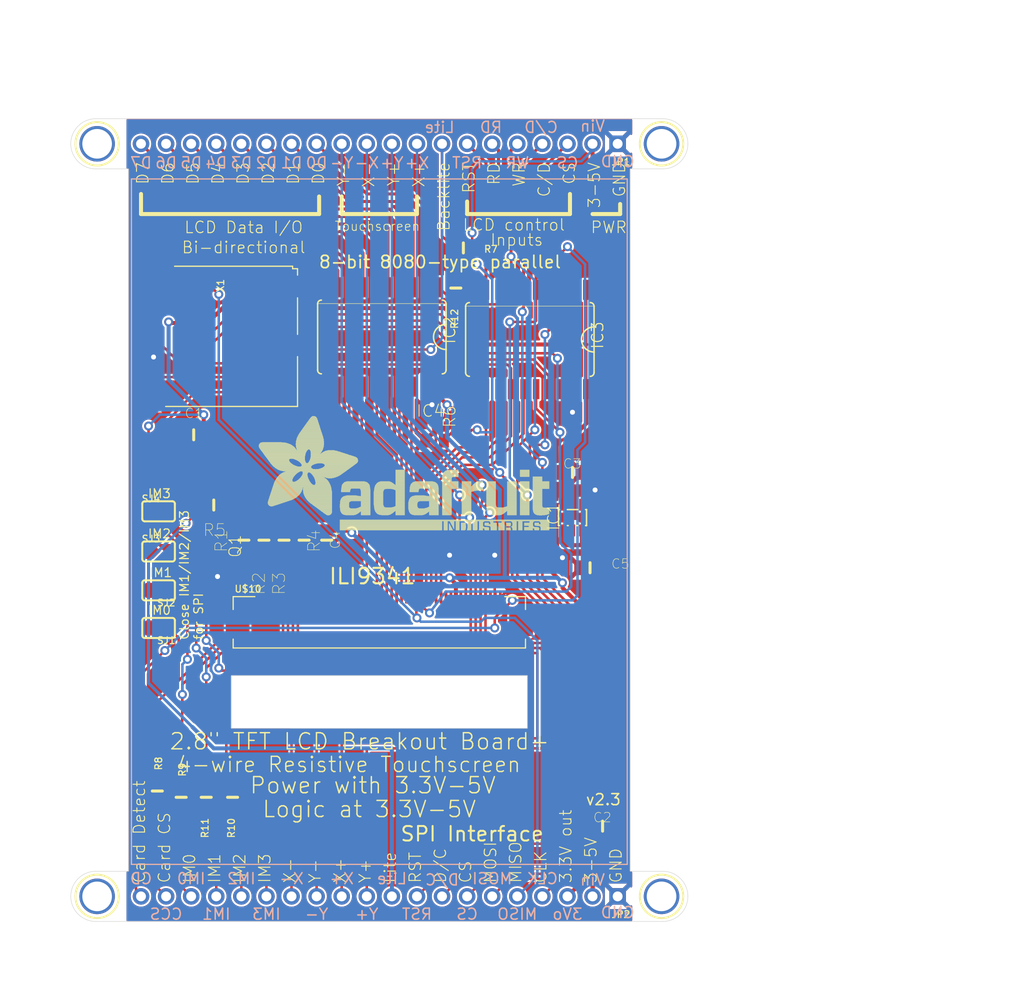
<source format=kicad_pcb>
(kicad_pcb (version 20221018) (generator pcbnew)
  (layers (0 "F.Cu" signal) (1 "In1.Cu" signal) (2 "In2.Cu" signal) (3 "In3.Cu" signal) (4 "In4.Cu" signal) (5 "In5.Cu" signal) (6 "In6.Cu" signal) (7 "In7.Cu" signal) (8 "In8.Cu" signal) (9 "In9.Cu" signal) (10 "In10.Cu" signal) (11 "In11.Cu" signal) (12 "In12.Cu" signal) (13 "In13.Cu" signal) (14 "In14.Cu" signal) (31 "B.Cu" signal) (34 "B.Paste" user) (35 "F.Paste" user) (36 "B.SilkS" user "B.Silkscreen") (37 "F.SilkS" user "F.Silkscreen") (38 "B.Mask" user) (39 "F.Mask" user) (44 "Edge.Cuts" user))
  (net 0 "")
  (net 1 "GND")
  (net 2 "LCD_RST")
  (net 3 "LCD_DATA7")
  (net 4 "LCD_DATA6")
  (net 5 "LCD_DATA5")
  (net 6 "LCD_DATA4")
  (net 7 "LCD_DATA3")
  (net 8 "LCD_DATA2")
  (net 9 "LCD_DATA1")
  (net 10 "LCD_DATA0")
  (net 11 "LCD_CS")
  (net 12 "LCD_WR")
  (net 13 "LCD_RD")
  (net 14 "LCD_RS")
  (net 15 "LCD_X+")
  (net 16 "LCD_Y+")
  (net 17 "LCD_X-")
  (net 18 "LCD_Y-")
  (net 19 "N$1")
  (net 20 "N$2")
  (net 21 "N$3")
  (net 22 "N$4")
  (net 23 "N$16")
  (net 24 "LCD_LITE")
  (net 25 "LCD_CS_5V")
  (net 26 "LCD_RS_5V")
  (net 27 "LCD_WR_5V")
  (net 28 "LCD_RD_5V")
  (net 29 "LCD_RST_5V")
  (net 30 "LCD_DATA0_5V")
  (net 31 "LCD_DATA1_5V")
  (net 32 "LCD_DATA2_5V")
  (net 33 "LCD_DATA3_5V")
  (net 34 "LCD_DATA4_5V")
  (net 35 "LCD_DATA5_5V")
  (net 36 "LCD_DATA6_5V")
  (net 37 "LCD_DATA7_5V")
  (net 38 "+5V")
  (net 39 "VCC")
  (net 40 "N$5")
  (net 41 "SDI_3V")
  (net 42 "SDO")
  (net 43 "SDI_5V")
  (net 44 "IM0")
  (net 45 "IM1")
  (net 46 "IM2")
  (net 47 "IM3")
  (net 48 "SD_CS_5V")
  (net 49 "SD_CS_3V")
  (net 50 "CARDDET")
  (footprint "working:0805-NO" (layer "F.Cu") (at 129.7051 96.3676 180)
    (fp_text reference "C1")
    (fp_text value "0.1uF")
  )
  (footprint "working:ADAFRUIT_TEXT_30MM" (layer "F.Cu") (at 136.0551 106.0196)
    (fp_text reference "U$19" hide)
    (fp_text value "" hide)
  )
  (footprint "working:0805-NO" (layer "F.Cu") (at 131.7371 103.4796)
    (fp_text reference "R5")
    (fp_text value "1K")
  )
  (footprint "working:SOLDERJUMPER_ARROW_NOPASTE" (layer "F.Cu") (at 126.1491 112.1156 180)
    (fp_text reference "SJ2")
    (fp_text value "")
  )
  (footprint "working:MICROSD" (layer "F.Cu") (at 140.1191 79.3496 -90)
    (fp_text reference "X1")
    (fp_text value "")
  )
  (footprint "working:R0805" (layer "F.Cu") (at 156.8831 95.0976 90)
    (fp_text reference "R6")
    (fp_text value "10K")
  )
  (footprint "working:SO20W" (layer "F.Cu") (at 163.7411 86.7156 180)
    (fp_text reference "IC3")
    (fp_text value "74LVC245")
  )
  (footprint "working:1X20_ROUND" (layer "F.Cu") (at 148.5011 66.9036 180)
    (fp_text reference "JP1")
    (fp_text value "")
  )
  (footprint "working:0805-NO" (layer "F.Cu") (at 143.1671 107.0356 -90)
    (fp_text reference "C4")
    (fp_text value "0.1uF")
  )
  (footprint "working:MOUNTINGHOLE_3.0_PLATEDTHIN" (layer "F.Cu") (at 119.9261 143.1036)
    (fp_text reference "U$7" hide)
    (fp_text value "MOUNTINGHOLE3.0THIN" hide)
  )
  (footprint "working:0805-NO" (layer "F.Cu") (at 130.9751 133.0706 -90)
    (fp_text reference "R11")
    (fp_text value "10K")
  )
  (footprint "working:0805-NO" (layer "F.Cu") (at 134.7851 107.0356 -90)
    (fp_text reference "R1")
    (fp_text value "10")
  )
  (footprint "working:SOT23" (layer "F.Cu") (at 154.0891 95.8596)
    (fp_text reference "IC4")
    (fp_text value "APX803-SAG")
  )
  (footprint "working:SOT23-5L" (layer "F.Cu") (at 168.0591 104.7496)
    (fp_text reference "IC1")
    (fp_text value "MIC5225-3.3")
  )
  (footprint "working:SO20W" (layer "F.Cu") (at 148.7551 86.4616 180)
    (fp_text reference "IC2")
    (fp_text value "74LVC245")
  )
  (footprint "working:0805-NO" (layer "F.Cu") (at 171.1071 135.9916)
    (fp_text reference "C2")
    (fp_text value "10uF")
  )
  (footprint "working:SOT23-BEC" (layer "F.Cu") (at 131.7371 107.2896 180)
    (fp_text reference "Q1")
    (fp_text value "MMBT2222")
  )
  (footprint "working:0805-NO" (layer "F.Cu") (at 140.8811 107.0356 -90)
    (fp_text reference "R4")
    (fp_text value "10")
  )
  (footprint "working:FIDUCIAL_1MM" (layer "F.Cu") (at 126.1491 76.5556)
    (fp_text reference "U$11" hide)
    (fp_text value "FIDUCIAL" hide)
  )
  (footprint "working:FIDUCIAL_1MM" (layer "F.Cu") (at 132.4991 112.8776)
    (fp_text reference "U$23" hide)
    (fp_text value "FIDUCIAL" hide)
  )
  (footprint "working:1X20_ROUND" (layer "F.Cu") (at 148.5011 143.1036 180)
    (fp_text reference "JP2")
    (fp_text value "")
  )
  (footprint "working:MOUNTINGHOLE_3.0_PLATEDTHIN" (layer "F.Cu") (at 177.0761 66.9036)
    (fp_text reference "U$17" hide)
    (fp_text value "MOUNTINGHOLE3.0THIN" hide)
  )
  (footprint "working:SOLDERJUMPER_ARROW_NOPASTE" (layer "F.Cu") (at 126.1491 104.1146)
    (fp_text reference "SJ4")
    (fp_text value "")
  )
  (footprint "working:SOLDERJUMPER_ARROW_NOPASTE" (layer "F.Cu") (at 126.1491 108.1786)
    (fp_text reference "SJ3")
    (fp_text value "")
  )
  (footprint "working:SOLDERJUMPER_ARROW_NOPASTE" (layer "F.Cu") (at 126.1491 115.9256 180)
    (fp_text reference "SJ1")
    (fp_text value "")
  )
  (footprint "working:0805-NO" (layer "F.Cu") (at 138.8491 107.0356 -90)
    (fp_text reference "R3")
    (fp_text value "10")
  )
  (footprint "working:0805-NO" (layer "F.Cu") (at 168.0591 100.1776)
    (fp_text reference "C3")
    (fp_text value "10uF")
  )
  (footprint "working:0805-NO" (layer "F.Cu") (at 128.4351 133.0706 90)
    (fp_text reference "R9")
    (fp_text value "10K")
  )
  (footprint "working:FIDUCIAL_1MM" (layer "F.Cu") (at 172.1231 120.4976)
    (fp_text reference "U$9" hide)
    (fp_text value "FIDUCIAL" hide)
  )
  (footprint "working:0805-NO" (layer "F.Cu") (at 156.2481 81.5086 -90)
    (fp_text reference "R12")
    (fp_text value "10K")
  )
  (footprint "working:0805-NO" (layer "F.Cu") (at 133.6421 133.0706 -90)
    (fp_text reference "R10")
    (fp_text value "10K")
  )
  (footprint "working:0805-NO" (layer "F.Cu") (at 169.8371 109.8296 180)
    (fp_text reference "C5")
    (fp_text value "10uF")
  )
  (footprint "working:0805-NO" (layer "F.Cu") (at 157.0101 77.4446)
    (fp_text reference "R7")
    (fp_text value "1K")
  )
  (footprint "working:0805-NO" (layer "F.Cu") (at 136.8171 107.0356 -90)
    (fp_text reference "R2")
    (fp_text value "10")
  )
  (footprint "working:MOUNTINGHOLE_3.0_PLATEDTHIN" (layer "F.Cu") (at 119.9261 66.9036)
    (fp_text reference "U$16" hide)
    (fp_text value "MOUNTINGHOLE3.0THIN" hide)
  )
  (footprint "working:0805-NO" (layer "F.Cu") (at 126.0221 132.4356 90)
    (fp_text reference "R8")
    (fp_text value "10K")
  )
  (footprint "working:MOUNTINGHOLE_3.0_PLATEDTHIN" (layer "F.Cu") (at 177.0761 143.1036)
    (fp_text reference "U$15" hide)
    (fp_text value "MOUNTINGHOLE3.0THIN" hide)
  )
  (footprint "working:TFT_2.83IN_240X320_50PIN" (layer "B.Cu") (at 148.5011 102.4636 180)
    (fp_text reference "U$10")
    (fp_text value "DISP_LCD_1.28IN_240X320_50PIN")
  )
  (gr_line (start 167.8051 74.0156) (end 167.8051 71.9836) (stroke (width 0.4064)) (layer "F.SilkS"))
  (gr_line (start 172.8851 74.0156) (end 172.8851 72.9996) (stroke (width 0.4064)) (layer "F.SilkS"))
  (gr_line (start 157.3911 74.0156) (end 167.8051 74.0156) (stroke (width 0.4064)) (layer "F.SilkS"))
  (gr_line (start 124.3711 71.9836) (end 124.3711 74.0156) (stroke (width 0.4064)) (layer "F.SilkS"))
  (gr_line (start 152.3111 74.0156) (end 152.3111 72.2376) (stroke (width 0.4064)) (layer "F.SilkS"))
  (gr_line (start 157.3911 72.7456) (end 157.3911 74.0156) (stroke (width 0.4064)) (layer "F.SilkS"))
  (gr_line (start 170.0911 74.0156) (end 172.8851 74.0156) (stroke (width 0.4064)) (layer "F.SilkS"))
  (gr_line (start 144.6911 74.0156) (end 152.3111 74.0156) (stroke (width 0.4064)) (layer "F.SilkS"))
  (gr_line (start 142.4051 74.0156) (end 142.4051 72.2376) (stroke (width 0.4064)) (layer "F.SilkS"))
  (gr_line (start 144.6911 72.2376) (end 144.6911 74.0156) (stroke (width 0.4064)) (layer "F.SilkS"))
  (gr_line (start 124.3711 74.0156) (end 142.4051 74.0156) (stroke (width 0.4064)) (layer "F.SilkS"))
  (gr_arc (start 117.2591 66.9036) (mid 118.003049 65.107549) (end 119.7991 64.3636) (stroke (width 0.05)) (layer "Edge.Cuts"))
  (gr_line (start 119.7991 145.6436) (end 177.2031 145.6436) (stroke (width 0.05)) (layer "Edge.Cuts"))
  (gr_line (start 123.1011 69.4436) (end 123.1011 140.5636) (stroke (width 0.05)) (layer "Edge.Cuts"))
  (gr_line (start 163.4871 126.0856) (end 163.4871 120.7516) (stroke (width 0.05)) (layer "Edge.Cuts"))
  (gr_arc (start 119.7991 69.4436) (mid 118.003049 68.699651) (end 117.2591 66.9036) (stroke (width 0.05)) (layer "Edge.Cuts"))
  (gr_line (start 173.9011 69.4436) (end 177.2031 69.4436) (stroke (width 0.05)) (layer "Edge.Cuts"))
  (gr_arc (start 119.7991 145.6436) (mid 118.003049 144.899651) (end 117.2591 143.1036) (stroke (width 0.05)) (layer "Edge.Cuts"))
  (gr_arc (start 177.2031 64.3636) (mid 178.999151 65.107549) (end 179.7431 66.9036) (stroke (width 0.05)) (layer "Edge.Cuts"))
  (gr_arc (start 177.2031 140.5636) (mid 178.999151 141.307549) (end 179.7431 143.1036) (stroke (width 0.05)) (layer "Edge.Cuts"))
  (gr_arc (start 179.7431 66.9036) (mid 178.999151 68.699651) (end 177.2031 69.4436) (stroke (width 0.05)) (layer "Edge.Cuts"))
  (gr_arc (start 179.7431 143.1036) (mid 178.999151 144.899651) (end 177.2031 145.6436) (stroke (width 0.05)) (layer "Edge.Cuts"))
  (gr_line (start 133.5151 120.7516) (end 133.5151 126.0856) (stroke (width 0.05)) (layer "Edge.Cuts"))
  (gr_arc (start 117.2591 143.1036) (mid 118.003049 141.307549) (end 119.7991 140.5636) (stroke (width 0.05)) (layer "Edge.Cuts"))
  (gr_line (start 133.5151 126.0856) (end 163.4871 126.0856) (stroke (width 0.05)) (layer "Edge.Cuts"))
  (gr_line (start 173.9011 140.5636) (end 173.9011 69.4436) (stroke (width 0.05)) (layer "Edge.Cuts"))
  (gr_line (start 123.1011 140.5636) (end 119.7991 140.5636) (stroke (width 0.05)) (layer "Edge.Cuts"))
  (gr_line (start 119.7991 69.4436) (end 123.1011 69.4436) (stroke (width 0.05)) (layer "Edge.Cuts"))
  (gr_line (start 177.2031 140.5636) (end 173.9011 140.5636) (stroke (width 0.05)) (layer "Edge.Cuts"))
  (gr_line (start 163.4871 120.7516) (end 133.5151 120.7516) (stroke (width 0.05)) (layer "Edge.Cuts"))
  (gr_line (start 177.2031 64.3636) (end 119.7991 64.3636) (stroke (width 0.05)) (layer "Edge.Cuts"))
  (gr_text "X+" (at 144.6911 141.9606) (layer "B.SilkS") (effects (font (size 1.1176 1.1176) (thickness 0.1524)) (justify bottom mirror)))
  (gr_text "IM1" (at 131.9911 144.2466) (layer "B.SilkS") (effects (font (size 1.1176 1.1176) (thickness 0.1524)) (justify top mirror)))
  (gr_text "WR" (at 162.4711 68.1736) (layer "B.SilkS") (effects (font (size 1.1176 1.1176) (thickness 0.1524)) (justify top mirror)))
  (gr_text "Lite" (at 149.7711 141.9606) (layer "B.SilkS") (effects (font (size 1.1176 1.1176) (thickness 0.1524)) (justify bottom mirror)))
  (gr_text "X-" (at 147.2311 68.1736) (layer "B.SilkS") (effects (font (size 1.1176 1.1176) (thickness 0.1524)) (justify top mirror)))
  (gr_text "D3" (at 134.5311 68.1736) (layer "B.SilkS") (effects (font (size 1.1176 1.1176) (thickness 0.1524)) (justify top mirror)))
  (gr_text "D0" (at 142.1511 68.1736) (layer "B.SilkS") (effects (font (size 1.1176 1.1176) (thickness 0.1524)) (justify top mirror)))
  (gr_text "X+" (at 152.3111 68.1736) (layer "B.SilkS") (effects (font (size 1.1176 1.1176) (thickness 0.1524)) (justify top mirror)))
  (gr_text "RD" (at 159.8041 65.8876) (layer "B.SilkS") (effects (font (size 1.1176 1.1176) (thickness 0.1524)) (justify bottom mirror)))
  (gr_text "Vin" (at 170.0911 65.7606) (layer "B.SilkS") (effects (font (size 1.1176 1.1176) (thickness 0.1524)) (justify bottom mirror)))
  (gr_text "GND" (at 172.6311 68.0466) (layer "B.SilkS") (effects (font (size 1.1176 1.1176) (thickness 0.1524)) (justify top mirror)))
  (gr_text "3Vo" (at 167.5511 144.2466) (layer "B.SilkS") (effects (font (size 1.1176 1.1176) (thickness 0.1524)) (justify top mirror)))
  (gr_text "C/D" (at 164.8841 65.8876) (layer "B.SilkS") (effects (font (size 1.1176 1.1176) (thickness 0.1524)) (justify bottom mirror)))
  (gr_text "Lite" (at 154.5971 65.8876) (layer "B.SilkS") (effects (font (size 1.1176 1.1176) (thickness 0.1524)) (justify bottom mirror)))
  (gr_text "D1" (at 139.6111 68.1736) (layer "B.SilkS") (effects (font (size 1.1176 1.1176) (thickness 0.1524)) (justify top mirror)))
  (gr_text "X-" (at 139.6111 141.9606) (layer "B.SilkS") (effects (font (size 1.1176 1.1176) (thickness 0.1524)) (justify bottom mirror)))
  (gr_text "Y+" (at 147.2311 144.2466) (layer "B.SilkS") (effects (font (size 1.1176 1.1176) (thickness 0.1524)) (justify top mirror)))
  (gr_text "CD" (at 124.3711 141.9606) (layer "B.SilkS") (effects (font (size 1.1176 1.1176) (thickness 0.1524)) (justify bottom mirror)))
  (gr_text "D6" (at 126.9111 68.1736) (layer "B.SilkS") (effects (font (size 1.1176 1.1176) (thickness 0.1524)) (justify top mirror)))
  (gr_text "MISO" (at 162.4711 144.2466) (layer "B.SilkS") (effects (font (size 1.1176 1.1176) (thickness 0.1524)) (justify top mirror)))
  (gr_text "Y+" (at 149.7711 68.1736) (layer "B.SilkS") (effects (font (size 1.1176 1.1176) (thickness 0.1524)) (justify top mirror)))
  (gr_text "IM3" (at 137.0711 144.2466) (layer "B.SilkS") (effects (font (size 1.1176 1.1176) (thickness 0.1524)) (justify top mirror)))
  (gr_text "D7" (at 124.3711 68.1736) (layer "B.SilkS") (effects (font (size 1.1176 1.1176) (thickness 0.1524)) (justify top mirror)))
  (gr_text "Vin" (at 170.0911 142.0876) (layer "B.SilkS") (effects (font (size 1.1176 1.1176) (thickness 0.1524)) (justify bottom mirror)))
  (gr_text "D4" (at 131.9911 68.1736) (layer "B.SilkS") (effects (font (size 1.1176 1.1176) (thickness 0.1524)) (justify top mirror)))
  (gr_text "Y-" (at 144.6911 68.1736) (layer "B.SilkS") (effects (font (size 1.1176 1.1176) (thickness 0.1524)) (justify top mirror)))
  (gr_text "D/C" (at 154.8511 142.0876) (layer "B.SilkS") (effects (font (size 1.1176 1.1176) (thickness 0.1524)) (justify bottom mirror)))
  (gr_text "MOSI" (at 159.9311 141.9606) (layer "B.SilkS") (effects (font (size 1.1176 1.1176) (thickness 0.1524)) (justify bottom mirror)))
  (gr_text "CCS" (at 126.9111 144.2466) (layer "B.SilkS") (effects (font (size 1.1176 1.1176) (thickness 0.1524)) (justify top mirror)))
  (gr_text "D2" (at 137.0711 68.1736) (layer "B.SilkS") (effects (font (size 1.1176 1.1176) (thickness 0.1524)) (justify top mirror)))
  (gr_text "GND" (at 172.6311 145.3896) (layer "B.SilkS") (effects (font (size 1.1176 1.1176) (thickness 0.1524)) (justify bottom mirror)))
  (gr_text "CLK" (at 165.0111 141.9606) (layer "B.SilkS") (effects (font (size 1.1176 1.1176) (thickness 0.1524)) (justify bottom mirror)))
  (gr_text "Y-" (at 142.1511 144.2466) (layer "B.SilkS") (effects (font (size 1.1176 1.1176) (thickness 0.1524)) (justify top mirror)))
  (gr_text "RST" (at 157.3911 68.1736) (layer "B.SilkS") (effects (font (size 1.1176 1.1176) (thickness 0.1524)) (justify top mirror)))
  (gr_text "CS" (at 157.3911 144.2466) (layer "B.SilkS") (effects (font (size 1.1176 1.1176) (thickness 0.1524)) (justify top mirror)))
  (gr_text "RST" (at 152.3111 144.2466) (layer "B.SilkS") (effects (font (size 1.1176 1.1176) (thickness 0.1524)) (justify top mirror)))
  (gr_text "IM2" (at 134.5311 141.9606) (layer "B.SilkS") (effects (font (size 1.1176 1.1176) (thickness 0.1524)) (justify bottom mirror)))
  (gr_text "IM0" (at 129.4511 141.9606) (layer "B.SilkS") (effects (font (size 1.1176 1.1176) (thickness 0.1524)) (justify bottom mirror)))
  (gr_text "CS" (at 167.5511 68.1736) (layer "B.SilkS") (effects (font (size 1.1176 1.1176) (thickness 0.1524)) (justify top mirror)))
  (gr_text "D5" (at 129.4511 68.1736) (layer "B.SilkS") (effects (font (size 1.1176 1.1176) (thickness 0.1524)) (justify top mirror)))
  (gr_text "D3" (at 134.0231 68.6816 90) (layer "F.SilkS") (effects (font (size 1.1684 1.1684) (thickness 0.1016)) (justify right top)))
  (gr_text "SPI Interface" (at 157.8991 137.6426) (layer "F.SilkS") (effects (font (size 1.475232 1.475232) (thickness 0.201168)) (justify bottom)))
  (gr_text "Bi-directional" (at 128.4351 78.0796) (layer "F.SilkS") (effects (font (size 1.1684 1.1684) (thickness 0.1016)) (justify left bottom)))
  (gr_text "X-" (at 146.7231 68.6816 90) (layer "F.SilkS") (effects (font (size 1.1684 1.1684) (thickness 0.1016)) (justify right top)))
  (gr_text "Inputs" (at 159.6771 77.3176) (layer "F.SilkS") (effects (font (size 1.1684 1.1684) (thickness 0.1016)) (justify left bottom)))
  (gr_text "IM1" (at 125.1331 110.8456) (layer "F.SilkS") (effects (font (size 0.89408 0.89408) (thickness 0.12192)) (justify left bottom)))
  (gr_text "GND" (at 172.1231 68.6816 90) (layer "F.SilkS") (effects (font (size 1.1684 1.1684) (thickness 0.1016)) (justify right top)))
  (gr_text "D2" (at 136.5631 68.6816 90) (layer "F.SilkS") (effects (font (size 1.1684 1.1684) (thickness 0.1016)) (justify right top)))
  (gr_text "CS" (at 157.8991 141.8336 90) (layer "F.SilkS") (effects (font (size 1.1684 1.1684) (thickness 0.1016)) (justify left bottom)))
  (gr_text "LCD control" (at 156.8831 75.7936) (layer "F.SilkS") (effects (font (size 1.1684 1.1684) (thickness 0.1016)) (justify left bottom)))
  (gr_text "PWR" (at 169.8371 76.0476) (layer "F.SilkS") (effects (font (size 1.1684 1.1684) (thickness 0.1016)) (justify left bottom)))
  (gr_text "RST" (at 156.8831 68.6816 90) (layer "F.SilkS") (effects (font (size 1.1684 1.1684) (thickness 0.1016)) (justify right top)))
  (gr_text "MOSI" (at 160.4391 141.8336 90) (layer "F.SilkS") (effects (font (size 1.1684 1.1684) (thickness 0.1016)) (justify left bottom)))
  (gr_text "X-" (at 140.1191 141.8336 90) (layer "F.SilkS") (effects (font (size 1.1684 1.1684) (thickness 0.1016)) (justify left bottom)))
  (gr_text "2.8\" TFT LCD Breakout Board+" (at 127.1651 128.3716) (layer "F.SilkS") (effects (font (size 1.63576 1.63576) (thickness 0.14224)) (justify left bottom)))
  (gr_text "3-5V" (at 169.5831 68.6816 90) (layer "F.SilkS") (effects (font (size 1.1684 1.1684) (thickness 0.1016)) (justify right top)))
  (gr_text "RD" (at 159.4231 68.6816 90) (layer "F.SilkS") (effects (font (size 1.1684 1.1684) (thickness 0.1016)) (justify right top)))
  (gr_text "3-5V" (at 170.5991 141.8336 90) (layer "F.SilkS") (effects (font (size 1.1684 1.1684) (thickness 0.1016)) (justify left bottom)))
  (gr_text "X+" (at 145.1991 141.8336 90) (layer "F.SilkS") (effects (font (size 1.1684 1.1684) (thickness 0.1016)) (justify left bottom)))
  (gr_text "Logic at 3.3V-5V" (at 136.5631 135.2296) (layer "F.SilkS") (effects (font (size 1.63576 1.63576) (thickness 0.14224)) (justify left bottom)))
  (gr_text "IM2" (at 135.0391 141.8336 90) (layer "F.SilkS") (effects (font (size 1.1684 1.1684) (thickness 0.1016)) (justify left bottom)))
  (gr_text "IM2" (at 125.0061 106.9086) (layer "F.SilkS") (effects (font (size 0.89408 0.89408) (thickness 0.12192)) (justify left bottom)))
  (gr_text "Y+" (at 149.2631 68.6816 90) (layer "F.SilkS") (effects (font (size 1.1684 1.1684) (thickness 0.1016)) (justify right top)))
  (gr_text "Card CS" (at 127.4191 141.8336 90) (layer "F.SilkS") (effects (font (size 1.1684 1.1684) (thickness 0.1016)) (justify left bottom)))
  (gr_text "D4" (at 131.4831 68.6816 90) (layer "F.SilkS") (effects (font (size 1.1684 1.1684) (thickness 0.1016)) (justify right top)))
  (gr_text "Touchscreen" (at 143.9291 75.7936) (layer "F.SilkS") (effects (font (size 0.93472 0.93472) (thickness 0.08128)) (justify left bottom)))
  (gr_text "D/C" (at 155.3591 141.8336 90) (layer "F.SilkS") (effects (font (size 1.1684 1.1684) (thickness 0.1016)) (justify left bottom)))
  (gr_text "MISO" (at 162.9791 141.8336 90) (layer "F.SilkS") (effects (font (size 1.1684 1.1684) (thickness 0.1016)) (justify left bottom)))
  (gr_text "3.3V out" (at 168.0591 141.8336 90) (layer "F.SilkS") (effects (font (size 1.1684 1.1684) (thickness 0.1016)) (justify left bottom)))
  (gr_text "4-wire Resistive Touchscreen" (at 127.9271 130.6576) (layer "F.SilkS") (effects (font (size 1.542288 1.542288) (thickness 0.134112)) (justify left bottom)))
  (gr_text "GND" (at 173.1391 141.8336 90) (layer "F.SilkS") (effects (font (size 1.1684 1.1684) (thickness 0.1016)) (justify left bottom)))
  (gr_text "Close IM1/IM2/IM3\nfor SPI" (at 130.7211 117.1956 90) (layer "F.SilkS") (effects (font (size 0.89408 0.89408) (thickness 0.12192)) (justify left bottom)))
  (gr_text "CS" (at 167.0431 68.6816 90) (layer "F.SilkS") (effects (font (size 1.1684 1.1684) (thickness 0.1016)) (justify right top)))
  (gr_text "IM3" (at 137.5791 141.8336 90) (layer "F.SilkS") (effects (font (size 1.1684 1.1684) (thickness 0.1016)) (justify left bottom)))
  (gr_text "IM0" (at 129.9591 141.8336 90) (layer "F.SilkS") (effects (font (size 1.1684 1.1684) (thickness 0.1016)) (justify left bottom)))
  (gr_text "v2.3" (at 169.3291 133.9596) (layer "F.SilkS") (effects (font (size 1.1176 1.1176) (thickness 0.1524)) (justify left bottom)))
  (gr_text "IM1" (at 132.4991 141.8336 90) (layer "F.SilkS") (effects (font (size 1.1684 1.1684) (thickness 0.1016)) (justify left bottom)))
  (gr_text "D6" (at 126.4031 68.6816 90) (layer "F.SilkS") (effects (font (size 1.1684 1.1684) (thickness 0.1016)) (justify right top)))
  (gr_text "Y+" (at 147.7391 141.8336 90) (layer "F.SilkS") (effects (font (size 1.1684 1.1684) (thickness 0.1016)) (justify left bottom)))
  (gr_text "WR" (at 161.9631 68.6816 90) (layer "F.SilkS") (effects (font (size 1.1684 1.1684) (thickness 0.1016)) (justify right top)))
  (gr_text "D0" (at 141.6431 68.6816 90) (layer "F.SilkS") (effects (font (size 1.1684 1.1684) (thickness 0.1016)) (justify right top)))
  (gr_text "C/D" (at 164.5031 68.6816 90) (layer "F.SilkS") (effects (font (size 1.1684 1.1684) (thickness 0.1016)) (justify right top)))
  (gr_text "Card Detect" (at 124.8791 141.8336 90) (layer "F.SilkS") (effects (font (size 1.1684 1.1684) (thickness 0.1016)) (justify left bottom)))
  (gr_text "IM3" (at 125.0061 102.8446) (layer "F.SilkS") (effects (font (size 0.89408 0.89408) (thickness 0.12192)) (justify left bottom)))
  (gr_text "Y-" (at 142.6591 141.8336 90) (layer "F.SilkS") (effects (font (size 1.1684 1.1684) (thickness 0.1016)) (justify left bottom)))
  (gr_text "8-bit 8080-type parallel" (at 142.2781 79.6036) (layer "F.SilkS") (effects (font (size 1.251712 1.251712) (thickness 0.170688)) (justify left bottom)))
  (gr_text "ILI9341" (at 143.2941 111.6076) (layer "F.SilkS") (effects (font (size 1.56464 1.56464) (thickness 0.21336)) (justify left bottom)))
  (gr_text "RST" (at 152.8191 141.8336 90) (layer "F.SilkS") (effects (font (size 1.1684 1.1684) (thickness 0.1016)) (justify left bottom)))
  (gr_text "IM0" (at 125.0061 114.6556) (layer "F.SilkS") (effects (font (size 0.89408 0.89408) (thickness 0.12192)) (justify left bottom)))
  (gr_text "Power with 3.3V-5V" (at 135.2931 132.8166) (layer "F.SilkS") (effects (font (size 1.63576 1.63576) (thickness 0.14224)) (justify left bottom)))
  (gr_text "D5" (at 128.9431 68.6816 90) (layer "F.SilkS") (effects (font (size 1.1684 1.1684) (thickness 0.1016)) (justify right top)))
  (gr_text "LCD Data I/O" (at 128.6891 76.0476) (layer "F.SilkS") (effects (font (size 1.1684 1.1684) (thickness 0.1016)) (justify left bottom)))
  (gr_text "Backlite" (at 154.3431 68.6816 90) (layer "F.SilkS") (effects (font (size 1.1684 1.1684) (thickness 0.1016)) (justify right top)))
  (gr_text "D1" (at 139.1031 68.6816 90) (layer "F.SilkS") (effects (font (size 1.1684 1.1684) (thickness 0.1016)) (justify right top)))
  (gr_text "D7" (at 123.8631 68.6816 90) (layer "F.SilkS") (effects (font (size 1.1684 1.1684) (thickness 0.1016)) (justify right top)))
  (gr_text "X+" (at 151.8031 68.6816 90) (layer "F.SilkS") (effects (font (size 1.1684 1.1684) (thickness 0.1016)) (justify right top)))
  (gr_text "Y-" (at 144.1831 68.6816 90) (layer "F.SilkS") (effects (font (size 1.1684 1.1684) (thickness 0.1016)) (justify right top)))
  (gr_text "CLK" (at 165.5191 141.8336 90) (layer "F.SilkS") (effects (font (size 1.1684 1.1684) (thickness 0.1016)) (justify left bottom)))
  (gr_text "Lite" (at 150.2791 141.8336 90) (layer "F.SilkS") (effects (font (size 1.1684 1.1684) (thickness 0.1016)) (justify left bottom)))
  (segment (start 159.7511 112.8536) (end 160.1851 112.8536) (width 0.254) (layer "F.Cu") (net 1))
  (segment (start 157.2511 111.7216) (end 157.1371 111.6076) (width 0.254) (layer "F.Cu") (net 1))
  (segment (start 160.1851 112.8536) (end 160.1851 111.6076) (width 0.254) (layer "F.Cu") (net 1))
  (segment (start 157.2511 112.8536) (end 157.2511 111.7216) (width 0.254) (layer "F.Cu") (net 1))
  (via (at 167.0431 108.8136) (size 0.9064) (drill 0.5) (layers "F.Cu" "B.Cu") (net 1))
  (via (at 155.6131 108.5596) (size 0.9064) (drill 0.5) (layers "F.Cu" "B.Cu") (net 1))
  (via (at 170.3451 101.9556) (size 0.9064) (drill 0.5) (layers "F.Cu" "B.Cu") (net 1))
  (via (at 132.1181 110.7186) (size 0.9064) (drill 0.5) (layers "F.Cu" "B.Cu") (net 1))
  (via (at 153.8351 93.3196) (size 0.9064) (drill 0.5) (layers "F.Cu" "B.Cu") (net 1))
  (via (at 160.1851 108.5596) (size 0.9064) (drill 0.5) (layers "F.Cu" "B.Cu") (net 1))
  (via (at 125.6411 88.4936) (size 0.9064) (drill 0.5) (layers "F.Cu" "B.Cu") (net 1))
  (via (at 168.0591 94.0816) (size 0.9064) (drill 0.5) (layers "F.Cu" "B.Cu") (net 1))
  (segment (start 147.2311 109.8296) (end 147.2311 101.4476) (width 0.254) (layer "F.Cu") (net 2))
  (segment (start 141.6431 95.8596) (end 141.6431 90.5256) (width 0.254) (layer "F.Cu") (net 2))
  (segment (start 140.7511 112.8536) (end 140.7511 109.8296) (width 0.254) (layer "F.Cu") (net 2))
  (segment (start 147.2311 101.4476) (end 141.6431 95.8596) (width 0.254) (layer "F.Cu") (net 2))
  (segment (start 141.6431 90.5256) (end 142.9131 89.2556) (width 0.254) (layer "F.Cu") (net 2))
  (segment (start 140.7511 109.8296) (end 147.2311 109.8296) (width 0.254) (layer "F.Cu") (net 2))
  (segment (start 155.5369 89.2556) (end 158.0261 91.7448) (width 0.254) (layer "F.Cu") (net 2))
  (segment (start 142.9131 89.2556) (end 155.5369 89.2556) (width 0.254) (layer "F.Cu") (net 2))
  (segment (start 143.0401 95.7326) (end 143.0401 91.4908) (width 0.254) (layer "F.Cu") (net 3))
  (segment (start 148.2511 100.9436) (end 143.0401 95.7326) (width 0.254) (layer "F.Cu") (net 3))
  (segment (start 148.2511 112.8536) (end 148.2511 100.9436) (width 0.254) (layer "F.Cu") (net 3))
  (segment (start 144.4371 91.6178) (end 144.3101 91.4908) (width 0.254) (layer "F.Cu") (net 4))
  (segment (start 148.7511 112.8536) (end 148.7511 100.6816) (width 0.254) (layer "F.Cu") (net 4))
  (segment (start 148.7511 100.6816) (end 144.4371 96.3676) (width 0.254) (layer "F.Cu") (net 4))
  (segment (start 144.4371 96.3676) (end 144.4371 91.6178) (width 0.254) (layer "F.Cu") (net 4))
  (segment (start 149.2511 100.1656) (end 145.4531 96.3676) (width 0.254) (layer "F.Cu") (net 5))
  (segment (start 145.4531 96.3676) (end 145.4531 91.6178) (width 0.254) (layer "F.Cu") (net 5))
  (segment (start 145.4531 91.6178) (end 145.5801 91.4908) (width 0.254) (layer "F.Cu") (net 5))
  (segment (start 149.2511 112.8536) (end 149.2511 100.1656) (width 0.254) (layer "F.Cu") (net 5))
  (segment (start 146.7231 96.6216) (end 146.7231 91.6178) (width 0.254) (layer "F.Cu") (net 6))
  (segment (start 149.7511 112.8536) (end 149.7511 99.6496) (width 0.254) (layer "F.Cu") (net 6))
  (segment (start 149.7511 99.6496) (end 146.7231 96.6216) (width 0.254) (layer "F.Cu") (net 6))
  (segment (start 146.7231 91.6178) (end 146.8501 91.4908) (width 0.254) (layer "F.Cu") (net 6))
  (segment (start 150.2511 112.8536) (end 150.2511 98.3716) (width 0.254) (layer "F.Cu") (net 7))
  (segment (start 150.2511 98.3716) (end 148.2471 96.3676) (width 0.254) (layer "F.Cu") (net 7))
  (segment (start 148.2471 96.3676) (end 148.2471 91.6178) (width 0.254) (layer "F.Cu") (net 7))
  (segment (start 148.2471 91.6178) (end 148.1201 91.4908) (width 0.254) (layer "F.Cu") (net 7))
  (segment (start 150.7511 97.8556) (end 149.5171 96.6216) (width 0.254) (layer "F.Cu") (net 8))
  (segment (start 149.5171 91.6178) (end 149.3901 91.4908) (width 0.254) (layer "F.Cu") (net 8))
  (segment (start 149.5171 96.6216) (end 149.5171 91.6178) (width 0.254) (layer "F.Cu") (net 8))
  (segment (start 150.7511 112.8536) (end 150.7511 97.8556) (width 0.254) (layer "F.Cu") (net 8))
  (segment (start 151.2511 112.8536) (end 151.2511 97.3396) (width 0.254) (layer "F.Cu") (net 9))
  (segment (start 150.5331 96.6216) (end 150.5331 91.6178) (width 0.254) (layer "F.Cu") (net 9))
  (segment (start 150.5331 91.6178) (end 150.6601 91.4908) (width 0.254) (layer "F.Cu") (net 9))
  (segment (start 151.2511 97.3396) (end 150.5331 96.6216) (width 0.254) (layer "F.Cu") (net 9))
  (segment (start 151.7511 91.6698) (end 151.9301 91.4908) (width 0.254) (layer "F.Cu") (net 10))
  (segment (start 151.7511 112.8536) (end 151.7511 91.6698) (width 0.254) (layer "F.Cu") (net 10))
  (segment (start 163.2331 91.8718) (end 163.1061 91.7448) (width 0.254) (layer "F.Cu") (net 11))
  (segment (start 159.9311 99.4156) (end 163.1061 96.2406) (width 0.254) (layer "F.Cu") (net 11))
  (segment (start 154.7511 101.5476) (end 156.8831 99.4156) (width 0.254) (layer "F.Cu") (net 11))
  (segment (start 156.8831 99.4156) (end 159.9311 99.4156) (width 0.254) (layer "F.Cu") (net 11))
  (segment (start 163.1061 96.2406) (end 163.1061 91.7448) (width 0.254) (layer "F.Cu") (net 11))
  (segment (start 154.7511 112.8536) (end 154.7511 101.5476) (width 0.254) (layer "F.Cu") (net 11))
  (segment (start 159.1691 98.1456) (end 160.5661 96.7486) (width 0.254) (layer "F.Cu") (net 12))
  (segment (start 160.5661 96.7486) (end 160.5661 91.7448) (width 0.254) (layer "F.Cu") (net 12))
  (segment (start 156.6291 98.1456) (end 159.1691 98.1456) (width 0.254) (layer "F.Cu") (net 12))
  (segment (start 153.7511 112.8536) (end 153.7511 101.0236) (width 0.254) (layer "F.Cu") (net 12))
  (segment (start 160.6931 91.8718) (end 160.5661 91.7448) (width 0.254) (layer "F.Cu") (net 12))
  (segment (start 153.7511 101.0236) (end 156.6291 98.1456) (width 0.254) (layer "F.Cu") (net 12))
  (segment (start 159.2961 97.0026) (end 159.2961 91.7448) (width 0.254) (layer "F.Cu") (net 13))
  (segment (start 156.3751 97.6376) (end 158.6611 97.6376) (width 0.254) (layer "F.Cu") (net 13))
  (segment (start 153.2511 100.7616) (end 156.3751 97.6376) (width 0.254) (layer "F.Cu") (net 13))
  (segment (start 159.1691 91.8718) (end 159.2961 91.7448) (width 0.254) (layer "F.Cu") (net 13))
  (segment (start 158.6611 97.6376) (end 159.2961 97.0026) (width 0.254) (layer "F.Cu") (net 13))
  (segment (start 153.2511 112.8536) (end 153.2511 100.7616) (width 0.254) (layer "F.Cu") (net 13))
  (segment (start 128.3081 89.1286) (end 132.6261 89.1286) (width 0.254) (layer "F.Cu") (net 14))
  (segment (start 157.7721 89.2556) (end 161.4551 89.2556) (width 0.254) (layer "F.Cu") (net 14))
  (segment (start 127.9551 83.9496) (end 127.6731 83.6676) (width 0.254) (layer "F.Cu") (net 14))
  (segment (start 159.6771 98.6536) (end 161.8361 96.4946) (width 0.254) (layer "F.Cu") (net 14))
  (segment (start 126.7841 83.6676) (end 125.7681 84.6836) (width 0.254) (layer "F.Cu") (net 14))
  (segment (start 127.6731 83.6676) (end 126.7841 83.6676) (width 0.254) (layer "F.Cu") (net 14))
  (segment (start 132.6261 89.1286) (end 136.3091 85.4456) (width 0.254) (layer "F.Cu") (net 14))
  (segment (start 154.2511 101.2856) (end 156.8831 98.6536) (width 0.254) (layer "F.Cu") (net 14))
  (segment (start 136.3091 85.4456) (end 153.9621 85.4456) (width 0.254) (layer "F.Cu") (net 14))
  (segment (start 156.8831 98.6536) (end 159.6771 98.6536) (width 0.254) (layer "F.Cu") (net 14))
  (segment (start 161.8361 89.6366) (end 161.8361 91.7448) (width 0.254) (layer "F.Cu") (net 14))
  (segment (start 125.7681 86.5886) (end 128.3081 89.1286) (width 0.254) (layer "F.Cu") (net 14))
  (segment (start 161.7091 91.8718) (end 161.8361 91.7448) (width 0.254) (layer "F.Cu") (net 14))
  (segment (start 154.2511 112.8536) (end 154.2511 101.2856) (width 0.254) (layer "F.Cu") (net 14))
  (segment (start 129.4791 83.9496) (end 127.9551 83.9496) (width 0.254) (layer "F.Cu") (net 14))
  (segment (start 161.4551 89.2556) (end 161.8361 89.6366) (width 0.254) (layer "F.Cu") (net 14))
  (segment (start 125.7681 84.6836) (end 125.7681 86.5886) (width 0.254) (layer "F.Cu") (net 14))
  (segment (start 161.8361 96.4946) (end 161.8361 91.7448) (width 0.254) (layer "F.Cu") (net 14))
  (segment (start 153.9621 85.4456) (end 157.7721 89.2556) (width 0.254) (layer "F.Cu") (net 14))
  (segment (start 164.7571 117.9576) (end 158.9151 117.9576) (width 0.254) (layer "F.Cu") (net 15))
  (segment (start 158.7511 103.3896) (end 158.9151 103.2256) (width 0.254) (layer "F.Cu") (net 15))
  (segment (start 158.9151 117.9576) (end 158.7511 117.7936) (width 0.254) (layer "F.Cu") (net 15))
  (segment (start 165.0111 118.2116) (end 164.7571 117.9576) (width 0.254) (layer "F.Cu") (net 15))
  (segment (start 158.7511 117.7936) (end 158.7511 112.8536) (width 0.254) (layer "F.Cu") (net 15))
  (segment (start 144.6911 143.1036) (end 144.6911 127.6096) (width 0.254) (layer "F.Cu") (net 15))
  (segment (start 158.7511 112.8536) (end 158.7511 103.3896) (width 0.254) (layer "F.Cu") (net 15))
  (segment (start 158.9151 103.2256) (end 158.9151 101.4476) (width 0.254) (layer "F.Cu") (net 15))
  (segment (start 144.6911 127.6096) (end 165.0111 127.6096) (width 0.254) (layer "F.Cu") (net 15))
  (segment (start 165.0111 127.6096) (end 165.0111 118.2116) (width 0.254) (layer "F.Cu") (net 15))
  (via (at 158.9151 101.4476) (size 0.9064) (drill 0.5) (layers "F.Cu" "B.Cu") (net 15))
  (segment (start 158.9151 101.4476) (end 152.3111 94.5896) (width 0.254) (layer "B.Cu") (net 15))
  (segment (start 152.3111 94.5896) (end 152.3111 66.9036) (width 0.254) (layer "B.Cu") (net 15))
  (segment (start 147.2311 128.1176) (end 147.2311 143.1036) (width 0.254) (layer "F.Cu") (net 16))
  (segment (start 165.5191 117.9576) (end 165.5191 128.1176) (width 0.254) (layer "F.Cu") (net 16))
  (segment (start 159.2511 112.8536) (end 159.2511 117.2776) (width 0.254) (layer "F.Cu") (net 16))
  (segment (start 159.2511 112.8536) (end 159.2511 104.6676) (width 0.254) (layer "F.Cu") (net 16))
  (segment (start 159.4231 117.4496) (end 165.0111 117.4496) (width 0.254) (layer "F.Cu") (net 16))
  (segment (start 165.5191 128.1176) (end 147.2311 128.1176) (width 0.254) (layer "F.Cu") (net 16))
  (segment (start 165.0111 117.4496) (end 165.5191 117.9576) (width 0.254) (layer "F.Cu") (net 16))
  (segment (start 159.2511 104.6676) (end 159.6771 104.2416) (width 0.254) (layer "F.Cu") (net 16))
  (segment (start 159.2511 117.2776) (end 159.4231 117.4496) (width 0.254) (layer "F.Cu") (net 16))
  (via (at 159.6771 104.2416) (size 0.9064) (drill 0.5) (layers "F.Cu" "B.Cu") (net 16))
  (segment (start 149.7711 93.5736) (end 149.7711 66.9036) (width 0.254) (layer "B.Cu") (net 16))
  (segment (start 157.6451 101.7016) (end 149.7711 93.5736) (width 0.254) (layer "B.Cu") (net 16))
  (segment (start 157.6451 102.2096) (end 157.6451 101.7016) (width 0.254) (layer "B.Cu") (net 16))
  (segment (start 159.6771 104.2416) (end 157.6451 102.2096) (width 0.254) (layer "B.Cu") (net 16))
  (segment (start 163.9951 126.5936) (end 163.9951 118.9736) (width 0.254) (layer "F.Cu") (net 17))
  (segment (start 157.7511 112.8536) (end 157.7511 110.4856) (width 0.254) (layer "F.Cu") (net 17))
  (segment (start 157.7511 112.8536) (end 157.7511 118.9736) (width 0.254) (layer "F.Cu") (net 17))
  (segment (start 163.9951 118.9736) (end 157.7511 118.9736) (width 0.254) (layer "F.Cu") (net 17))
  (segment (start 157.7511 110.4856) (end 156.6291 109.3636) (width 0.254) (layer "F.Cu") (net 17))
  (segment (start 139.6111 126.5936) (end 163.9951 126.5936) (width 0.254) (layer "F.Cu") (net 17))
  (segment (start 156.6291 109.3636) (end 156.6291 102.4636) (width 0.254) (layer "F.Cu") (net 17))
  (segment (start 139.6111 143.1036) (end 139.6111 126.5936) (width 0.254) (layer "F.Cu") (net 17))
  (via (at 156.6291 102.4636) (size 0.9064) (drill 0.5) (layers "F.Cu" "B.Cu") (net 17))
  (segment (start 156.6291 102.4636) (end 147.2311 92.8116) (width 0.254) (layer "B.Cu") (net 17))
  (segment (start 147.2311 92.8116) (end 147.2311 66.9036) (width 0.254) (layer "B.Cu") (net 17))
  (segment (start 164.5031 118.4656) (end 164.5031 127.1016) (width 0.254) (layer "F.Cu") (net 18))
  (segment (start 157.6451 109.5756) (end 157.6451 104.7496) (width 0.254) (layer "F.Cu") (net 18))
  (segment (start 158.2511 112.8536) (end 158.2511 110.1816) (width 0.254) (layer "F.Cu") (net 18))
  (segment (start 158.2511 110.1816) (end 157.6451 109.5756) (width 0.254) (layer "F.Cu") (net 18))
  (segment (start 142.1511 127.1016) (end 142.1511 143.1036) (width 0.254) (layer "F.Cu") (net 18))
  (segment (start 158.2511 112.8536) (end 158.2511 118.4656) (width 0.254) (layer "F.Cu") (net 18))
  (segment (start 164.5031 127.1016) (end 142.1511 127.1016) (width 0.254) (layer "F.Cu") (net 18))
  (segment (start 158.2511 118.4656) (end 164.5031 118.4656) (width 0.254) (layer "F.Cu") (net 18))
  (via (at 157.6451 104.7496) (size 0.9064) (drill 0.5) (layers "F.Cu" "B.Cu") (net 18))
  (segment (start 144.6911 93.0656) (end 144.6911 66.9036) (width 0.254) (layer "B.Cu") (net 18))
  (segment (start 156.3751 104.7496) (end 144.6911 93.0656) (width 0.254) (layer "B.Cu") (net 18))
  (segment (start 157.6451 104.7496) (end 156.3751 104.7496) (width 0.254) (layer "B.Cu") (net 18))
  (segment (start 139.1031 109.3216) (end 139.5451 109.3216) (width 0.254) (layer "F.Cu") (net 19))
  (segment (start 138.2511 112.8536) (end 138.2511 110.1736) (width 0.254) (layer "F.Cu") (net 19))
  (segment (start 139.5451 109.3216) (end 140.8811 107.9856) (width 0.254) (layer "F.Cu") (net 19))
  (segment (start 138.2511 110.1736) (end 139.1031 109.3216) (width 0.254) (layer "F.Cu") (net 19))
  (segment (start 135.0391 109.3216) (end 135.0391 108.2396) (width 0.254) (layer "F.Cu") (net 20))
  (segment (start 136.7511 112.8536) (end 136.7511 111.0336) (width 0.254) (layer "F.Cu") (net 20))
  (segment (start 135.0391 108.2396) (end 134.7851 107.9856) (width 0.254) (layer "F.Cu") (net 20))
  (segment (start 136.7511 111.0336) (end 135.0391 109.3216) (width 0.254) (layer "F.Cu") (net 20))
  (segment (start 137.2511 108.4196) (end 136.8171 107.9856) (width 0.254) (layer "F.Cu") (net 21))
  (segment (start 137.2511 112.8536) (end 137.2511 108.4196) (width 0.254) (layer "F.Cu") (net 21))
  (segment (start 137.7511 112.8536) (end 137.7511 109.0836) (width 0.254) (layer "F.Cu") (net 22))
  (segment (start 137.7511 109.0836) (end 138.8491 107.9856) (width 0.254) (layer "F.Cu") (net 22))
  (segment (start 132.6871 106.1896) (end 132.6871 103.4796) (width 0.254) (layer "F.Cu") (net 23))
  (segment (start 126.9111 99.6036) (end 126.9111 95.0976) (width 0.254) (layer "F.Cu") (net 24))
  (segment (start 142.9131 87.7316) (end 153.7081 87.7316) (width 0.254) (layer "F.Cu") (net 24))
  (segment (start 154.8511 76.2356) (end 154.8511 66.9036) (width 0.254) (layer "F.Cu") (net 24))
  (segment (start 126.9111 95.0976) (end 129.8321 92.0496) (width 0.254) (layer "F.Cu") (net 24))
  (segment (start 156.0601 77.4446) (end 154.8511 76.2356) (width 0.254) (layer "F.Cu") (net 24))
  (segment (start 130.7871 103.4796) (end 126.9111 99.6036) (width 0.254) (layer "F.Cu") (net 24))
  (segment (start 138.4681 92.0496) (end 142.9131 87.7316) (width 0.254) (layer "F.Cu") (net 24))
  (segment (start 129.8321 92.0496) (end 138.4681 92.0496) (width 0.254) (layer "F.Cu") (net 24))
  (segment (start 130.7871 103.4796) (end 128.9431 105.3236) (width 0.254) (layer "F.Cu") (net 24))
  (via (at 153.7081 87.7316) (size 0.9064) (drill 0.5) (layers "F.Cu" "B.Cu") (net 24))
  (via (at 128.9431 105.3236) (size 0.9064) (drill 0.5) (layers "F.Cu" "B.Cu") (net 24))
  (segment (start 129.5781 125.9586) (end 125.1331 121.5136) (width 0.3048) (layer "B.Cu") (net 24))
  (segment (start 154.8511 86.5886) (end 154.8511 66.9036) (width 0.254) (layer "B.Cu") (net 24))
  (segment (start 153.7081 87.7316) (end 154.8511 86.5886) (width 0.254) (layer "B.Cu") (net 24))
  (segment (start 125.1331 121.5136) (end 125.1331 109.1336) (width 0.3048) (layer "B.Cu") (net 24))
  (segment (start 125.1331 109.1336) (end 127.5461 106.7206) (width 0.3048) (layer "B.Cu") (net 24))
  (segment (start 128.9431 105.3236) (end 127.5461 106.7206) (width 0.254) (layer "B.Cu") (net 24))
  (segment (start 149.7711 143.1036) (end 149.7711 128.1176) (width 0.4064) (layer "B.Cu") (net 24))
  (segment (start 149.7711 128.1176) (end 131.7371 128.1176) (width 0.4064) (layer "B.Cu") (net 24))
  (segment (start 131.7371 128.1176) (end 129.5781 125.9586) (width 0.4064) (layer "B.Cu") (net 24))
  (segment (start 167.5511 66.9036) (end 164.3761 70.0786) (width 0.3048) (layer "F.Cu") (net 25))
  (segment (start 163.4871 110.8456) (end 163.4871 102.4636) (width 0.254) (layer "F.Cu") (net 25))
  (segment (start 161.7091 84.9376) (end 164.2491 84.9376) (width 0.254) (layer "F.Cu") (net 25))
  (segment (start 164.3761 70.0786) (end 164.3761 81.6864) (width 0.3048) (layer "F.Cu") (net 25))
  (segment (start 165.5191 140.8176) (end 167.0431 139.2936) (width 0.254) (layer "F.Cu") (net 25))
  (segment (start 159.6771 140.8176) (end 165.5191 140.8176) (width 0.254) (layer "F.Cu") (net 25))
  (segment (start 164.2491 84.9376) (end 164.3761 84.8106) (width 0.254) (layer "F.Cu") (net 25))
  (segment (start 164.3761 84.8106) (end 164.3761 81.6864) (width 0.254) (layer "F.Cu") (net 25))
  (segment (start 167.0431 139.2936) (end 167.0431 114.4016) (width 0.254) (layer "F.Cu") (net 25))
  (segment (start 157.3911 143.1036) (end 159.6771 140.8176) (width 0.254) (layer "F.Cu") (net 25))
  (segment (start 167.0431 114.4016) (end 163.4871 110.8456) (width 0.254) (layer "F.Cu") (net 25))
  (via (at 161.7091 84.9376) (size 0.9064) (drill 0.5) (layers "F.Cu" "B.Cu") (net 25))
  (via (at 163.4871 102.4636) (size 0.9064) (drill 0.5) (layers "F.Cu" "B.Cu") (net 25))
  (segment (start 161.7091 100.6856) (end 161.7091 84.9376) (width 0.254) (layer "B.Cu") (net 25))
  (segment (start 163.4871 102.4636) (end 161.7091 100.6856) (width 0.254) (layer "B.Cu") (net 25))
  (segment (start 163.1061 83.5406) (end 163.1061 83.4136) (width 0.254) (layer "F.Cu") (net 26))
  (segment (start 168.0591 113.8936) (end 165.0111 110.8456) (width 0.254) (layer "F.Cu") (net 26))
  (segment (start 163.1061 68.8086) (end 163.1061 81.6864) (width 0.3048) (layer "F.Cu") (net 26))
  (segment (start 168.0591 140.0556) (end 165.0111 143.1036) (width 0.254) (layer "F.Cu") (net 26))
  (segment (start 162.8521 83.6676) (end 163.1061 83.4136) (width 0.254) (layer "F.Cu") (net 26))
  (segment (start 165.0111 110.8456) (end 165.0111 99.1616) (width 0.254) (layer "F.Cu") (net 26))
  (segment (start 163.1061 83.4136) (end 163.1061 81.6864) (width 0.254) (layer "F.Cu") (net 26))
  (segment (start 168.0591 140.0556) (end 168.0591 113.8936) (width 0.254) (layer "F.Cu") (net 26))
  (segment (start 165.0111 66.9036) (end 163.1061 68.8086) (width 0.3048) (layer "F.Cu") (net 26))
  (segment (start 162.9791 83.9216) (end 163.1061 83.5406) (width 0.254) (layer "F.Cu") (net 26))
  (via (at 165.0111 99.1616) (size 0.9064) (drill 0.5) (layers "F.Cu" "B.Cu") (net 26))
  (via (at 162.9791 83.9216) (size 0.9064) (drill 0.5) (layers "F.Cu" "B.Cu") (net 26))
  (segment (start 162.9791 97.1296) (end 162.9791 83.9216) (width 0.254) (layer "B.Cu") (net 26))
  (segment (start 165.0111 99.1616) (end 162.9791 97.1296) (width 0.254) (layer "B.Cu") (net 26))
  (segment (start 166.5351 114.6556) (end 162.4711 110.5916) (width 0.254) (layer "F.Cu") (net 27))
  (segment (start 162.4711 97.6376) (end 164.2491 95.8596) (width 0.254) (layer "F.Cu") (net 27))
  (segment (start 162.4711 66.9036) (end 161.8361 67.5386) (width 0.3048) (layer "F.Cu") (net 27))
  (segment (start 154.8511 143.1036) (end 157.6451 140.3096) (width 0.254) (layer "F.Cu") (net 27))
  (segment (start 161.8361 78.3336) (end 161.8361 81.6864) (width 0.3048) (layer "F.Cu") (net 27))
  (segment (start 157.6451 140.3096) (end 165.0111 140.3096) (width 0.254) (layer "F.Cu") (net 27))
  (segment (start 161.8361 67.5386) (end 161.8361 78.3336) (width 0.3048) (layer "F.Cu") (net 27))
  (segment (start 165.0111 140.3096) (end 166.5351 138.7856) (width 0.254) (layer "F.Cu") (net 27))
  (segment (start 166.5351 138.7856) (end 166.5351 114.6556) (width 0.254) (layer "F.Cu") (net 27))
  (segment (start 161.9631 81.8134) (end 161.8361 81.6864) (width 0.254) (layer "F.Cu") (net 27))
  (segment (start 162.4711 110.5916) (end 162.4711 97.6376) (width 0.254) (layer "F.Cu") (net 27))
  (via (at 164.2491 95.8596) (size 0.9064) (drill 0.5) (layers "F.Cu" "B.Cu") (net 27))
  (via (at 161.8361 78.3336) (size 0.9064) (drill 0.5) (layers "F.Cu" "B.Cu") (net 27))
  (segment (start 164.2491 95.8596) (end 164.2491 80.7466) (width 0.254) (layer "B.Cu") (net 27))
  (segment (start 164.2491 80.7466) (end 161.8361 78.3336) (width 0.254) (layer "B.Cu") (net 27))
  (segment (start 160.6931 83.1596) (end 160.6931 81.8134) (width 0.254) (layer "F.Cu") (net 28))
  (segment (start 156.2481 82.4586) (end 156.2481 82.1436) (width 0.254) (layer "F.Cu") (net 28))
  (segment (start 156.1211 82.2706) (end 156.1211 83.1596) (width 0.254) (layer "F.Cu") (net 28))
  (segment (start 160.5661 67.5386) (end 160.5661 81.6864) (width 0.3048) (layer "F.Cu") (net 28))
  (segment (start 155.8671 82.7786) (end 156.1211 83.1596) (width 0.254) (layer "F.Cu") (net 28))
  (segment (start 156.2481 82.1436) (end 156.1211 82.2706) (width 0.254) (layer "F.Cu") (net 28))
  (segment (start 159.9311 66.9036) (end 160.5661 67.5386) (width 0.3048) (layer "F.Cu") (net 28))
  (segment (start 160.6931 81.8134) (end 160.5661 81.6864) (width 0.254) (layer "F.Cu") (net 28))
  (segment (start 154.4701 81.4324) (end 154.9781 81.8896) (width 0.254) (layer "F.Cu") (net 28))
  (segment (start 154.9781 81.8896) (end 155.8671 82.7786) (width 0.254) (layer "F.Cu") (net 28))
  (segment (start 156.1211 83.1596) (end 160.6931 83.1596) (width 0.254) (layer "F.Cu") (net 28))
  (segment (start 158.4071 79.0956) (end 159.2961 79.9846) (width 0.254) (layer "F.Cu") (net 29))
  (segment (start 159.2961 79.9846) (end 159.2961 81.6864) (width 0.254) (layer "F.Cu") (net 29))
  (segment (start 161.9631 110.8456) (end 161.9631 101.7016) (width 0.254) (layer "F.Cu") (net 29))
  (segment (start 157.6451 96.1136) (end 157.4571 95.7936) (width 0.254) (layer "F.Cu") (net 29))
  (segment (start 166.0271 114.9096) (end 161.9631 110.8456) (width 0.254) (layer "F.Cu") (net 29))
  (segment (start 157.8991 95.8596) (end 158.4071 95.8596) (width 0.254) (layer "F.Cu") (net 29))
  (segment (start 159.2961 68.8086) (end 159.2961 81.6864) (width 0.3048) (layer "F.Cu") (net 29))
  (segment (start 161.9631 101.7016) (end 160.6931 100.1776) (width 0.254) (layer "F.Cu") (net 29))
  (segment (start 152.3111 143.1036) (end 157.6451 137.7696) (width 0.254) (layer "F.Cu") (net 29))
  (segment (start 157.6451 96.1136) (end 157.8991 95.8596) (width 0.254) (layer "F.Cu") (net 29))
  (segment (start 157.6451 137.7696) (end 165.7731 137.7696) (width 0.254) (layer "F.Cu") (net 29))
  (segment (start 155.8491 96.1136) (end 157.6451 96.1136) (width 0.254) (layer "F.Cu") (net 29))
  (segment (start 166.0271 137.5156) (end 166.0271 114.9096) (width 0.254) (layer "F.Cu") (net 29))
  (segment (start 165.7731 137.7696) (end 166.0271 137.5156) (width 0.254) (layer "F.Cu") (net 29))
  (segment (start 157.4571 95.7936) (end 156.8831 96.0476) (width 0.254) (layer "F.Cu") (net 29))
  (segment (start 157.3911 66.9036) (end 159.2961 68.8086) (width 0.3048) (layer "F.Cu") (net 29))
  (segment (start 155.0391 96.9596) (end 155.8491 96.1136) (width 0.254) (layer "F.Cu") (net 29))
  (via (at 158.4071 79.0956) (size 0.9064) (drill 0.5) (layers "F.Cu" "B.Cu") (net 29))
  (via (at 158.4071 95.8596) (size 0.9064) (drill 0.5) (layers "F.Cu" "B.Cu") (net 29))
  (via (at 160.6931 100.1776) (size 0.9064) (drill 0.5) (layers "F.Cu" "B.Cu") (net 29))
  (segment (start 160.6931 100.1776) (end 159.9311 99.4156) (width 0.254) (layer "B.Cu") (net 29))
  (segment (start 159.9311 96.1136) (end 159.9311 80.6196) (width 0.254) (layer "B.Cu") (net 29))
  (segment (start 159.9311 99.4156) (end 159.9311 96.1136) (width 0.254) (layer "B.Cu") (net 29))
  (segment (start 158.6611 96.1136) (end 159.9311 96.1136) (width 0.254) (layer "B.Cu") (net 29))
  (segment (start 158.4071 95.8596) (end 158.6611 96.1136) (width 0.254) (layer "B.Cu") (net 29))
  (segment (start 159.9311 80.6196) (end 158.4071 79.0956) (width 0.254) (layer "B.Cu") (net 29))
  (segment (start 142.1511 66.9036) (end 147.2311 71.9836) (width 0.3048) (layer "F.Cu") (net 30))
  (segment (start 153.2001 73.3806) (end 153.2001 81.4324) (width 0.3048) (layer "F.Cu") (net 30))
  (segment (start 151.8031 71.9836) (end 153.2001 73.3806) (width 0.3048) (layer "F.Cu") (net 30))
  (segment (start 147.2311 71.9836) (end 151.8031 71.9836) (width 0.3048) (layer "F.Cu") (net 30))
  (segment (start 151.9301 73.8886) (end 151.9301 81.4324) (width 0.3048) (layer "F.Cu") (net 31))
  (segment (start 150.7871 72.7456) (end 151.9301 73.8886) (width 0.3048) (layer "F.Cu") (net 31))
  (segment (start 139.6111 66.9036) (end 145.4531 72.7456) (width 0.3048) (layer "F.Cu") (net 31))
  (segment (start 145.4531 72.7456) (end 150.7871 72.7456) (width 0.3048) (layer "F.Cu") (net 31))
  (segment (start 149.5171 73.5076) (end 150.6601 74.6506) (width 0.3048) (layer "F.Cu") (net 32))
  (segment (start 143.6751 73.5076) (end 149.5171 73.5076) (width 0.3048) (layer "F.Cu") (net 32))
  (segment (start 137.0711 66.9036) (end 143.6751 73.5076) (width 0.3048) (layer "F.Cu") (net 32))
  (segment (start 150.6601 74.6506) (end 150.6601 81.4324) (width 0.3048) (layer "F.Cu") (net 32))
  (segment (start 148.2471 74.2696) (end 149.3901 75.4126) (width 0.3048) (layer "F.Cu") (net 33))
  (segment (start 134.5311 66.9036) (end 141.8971 74.2696) (width 0.3048) (layer "F.Cu") (net 33))
  (segment (start 141.8971 74.2696) (end 148.2471 74.2696) (width 0.3048) (layer "F.Cu") (net 33))
  (segment (start 149.3901 75.4126) (end 149.3901 81.4324) (width 0.3048) (layer "F.Cu") (net 33))
  (segment (start 140.1191 75.0316) (end 146.4691 75.0316) (width 0.3048) (layer "F.Cu") (net 34))
  (segment (start 148.1201 76.6826) (end 148.1201 81.4324) (width 0.3048) (layer "F.Cu") (net 34))
  (segment (start 131.9911 66.9036) (end 140.1191 75.0316) (width 0.3048) (layer "F.Cu") (net 34))
  (segment (start 146.4691 75.0316) (end 148.1201 76.6826) (width 0.3048) (layer "F.Cu") (net 34))
  (segment (start 146.8501 77.9526) (end 146.8501 81.4324) (width 0.3048) (layer "F.Cu") (net 35))
  (segment (start 129.4511 66.9036) (end 138.3411 75.7936) (width 0.3048) (layer "F.Cu") (net 35))
  (segment (start 144.6911 75.7936) (end 146.8501 77.9526) (width 0.3048) (layer "F.Cu") (net 35))
  (segment (start 138.3411 75.7936) (end 144.6911 75.7936) (width 0.3048) (layer "F.Cu") (net 35))
  (segment (start 145.5801 79.2226) (end 145.5801 81.4324) (width 0.3048) (layer "F.Cu") (net 36))
  (segment (start 142.9131 76.5556) (end 145.5801 79.2226) (width 0.3048) (layer "F.Cu") (net 36))
  (segment (start 126.9111 66.9036) (end 136.5631 76.5556) (width 0.3048) (layer "F.Cu") (net 36))
  (segment (start 136.5631 76.5556) (end 142.9131 76.5556) (width 0.3048) (layer "F.Cu") (net 36))
  (segment (start 134.7851 77.3176) (end 141.8971 77.3176) (width 0.3048) (layer "F.Cu") (net 37))
  (segment (start 141.8971 77.3176) (end 144.3101 79.7306) (width 0.3048) (layer "F.Cu") (net 37))
  (segment (start 144.3101 79.7306) (end 144.3101 81.4324) (width 0.3048) (layer "F.Cu") (net 37))
  (segment (start 124.3711 66.9036) (end 134.7851 77.3176) (width 0.3048) (layer "F.Cu") (net 37))
  (segment (start 157.8991 77.3836) (end 157.8991 75.9206) (width 0.254) (layer "F.Cu") (net 38))
  (segment (start 172.1231 80.1116) (end 172.1231 104.2416) (width 0.4064) (layer "F.Cu") (net 38))
  (segment (start 170.0911 143.1036) (end 170.1071 143.0876) (width 0.4064) (layer "F.Cu") (net 38))
  (segment (start 170.0911 112.6236) (end 171.3611 111.3536) (width 0.4064) (layer "F.Cu") (net 38))
  (segment (start 172.1231 104.2416) (end 170.7261 105.6386) (width 0.4064) (layer "F.Cu") (net 38))
  (segment (start 157.9601 77.4446) (end 157.8991 77.3836) (width 0.254) (layer "F.Cu") (net 38))
  (segment (start 171.3611 111.3536) (end 171.3611 109.8296) (width 0.4064) (layer "F.Cu") (net 38))
  (segment (start 170.0911 78.0796) (end 172.1231 80.1116) (width 0.4064) (layer "F.Cu") (net 38))
  (segment (start 169.0091 107.3556) (end 169.0091 106.0496) (width 0.4064) (layer "F.Cu") (net 38))
  (segment (start 170.1071 143.0876) (end 170.1571 135.9916) (width 0.4064) (layer "F.Cu") (net 38))
  (segment (start 170.7261 105.6386) (end 170.5991 105.7656) (width 0.4064) (layer "F.Cu") (net 38))
  (segment (start 167.1091 107.5436) (end 168.8211 107.5436) (width 0.4064) (layer "F.Cu") (net 38))
  (segment (start 170.0911 66.9036) (end 170.0911 78.0796) (width 0.4064) (layer "F.Cu") (net 38))
  (segment (start 171.3611 106.2736) (end 170.7261 105.6386) (width 0.4064) (layer "F.Cu") (net 38))
  (segment (start 167.1091 106.0496) (end 167.1091 107.5436) (width 0.4064) (layer "F.Cu") (net 38))
  (segment (start 169.2931 105.7656) (end 169.0091 106.0496) (width 0.4064) (layer "F.Cu") (net 38))
  (segment (start 170.0911 143.1036) (end 170.0911 112.6236) (width 0.4064) (layer "F.Cu") (net 38))
  (segment (start 170.5991 105.7656) (end 169.2931 105.7656) (width 0.4064) (layer "F.Cu") (net 38))
  (segment (start 171.3611 109.8296) (end 171.3611 106.2736) (width 0.4064) (layer "F.Cu") (net 38))
  (segment (start 170.7871 109.8296) (end 171.3611 109.8296) (width 0.4064) (layer "F.Cu") (net 38))
  (segment (start 168.8211 107.5436) (end 169.0091 107.3556) (width 0.4064) (layer "F.Cu") (net 38))
  (via (at 157.8991 75.9206) (size 0.9064) (drill 0.5) (layers "F.Cu" "B.Cu") (net 38))
  (segment (start 157.8991 69.4436) (end 158.6611 68.6816) (width 0.254) (layer "B.Cu") (net 38))
  (segment (start 157.8991 75.9206) (end 157.8991 69.4436) (width 0.254) (layer "B.Cu") (net 38))
  (segment (start 158.6611 68.6816) (end 168.9481 68.6816) (width 0.254) (layer "B.Cu") (net 38))
  (segment (start 168.9481 68.6816) (end 170.0911 67.5386) (width 0.254) (layer "B.Cu") (net 38))
  (segment (start 170.0911 67.5386) (end 170.0911 66.9036) (width 0.254) (layer "B.Cu") (net 38))
  (segment (start 158.6611 87.2236) (end 169.4561 87.2236) (width 0.4064) (layer "F.Cu") (net 39))
  (segment (start 156.2511 112.8536) (end 156.7511 112.8536) (width 0.254) (layer "F.Cu") (net 39))
  (segment (start 155.6131 110.8456) (end 156.2511 111.4836) (width 0.4064) (layer "F.Cu") (net 39))
  (segment (start 165.7731 110.0836) (end 167.0431 111.3536) (width 0.4064) (layer "F.Cu") (net 39))
  (segment (start 143.1671 106.0856) (end 141.4391 106.0356) (width 0.4064) (layer "F.Cu") (net 39))
  (segment (start 155.1051 83.5406) (end 158.6611 87.2236) (width 0.4064) (layer "F.Cu") (net 39))
  (segment (start 136.8171 106.0856) (end 138.8491 106.0856) (width 0.254) (layer "F.Cu") (net 39))
  (segment (start 154.4701 91.4908) (end 154.4701 92.4306) (width 0.4064) (layer "F.Cu") (net 39))
  (segment (start 155.1051 83.5406) (end 132.6261 83.5406) (width 0.4064) (layer "F.Cu") (net 39))
  (segment (start 125.1331 108.1786) (end 125.1331 112.1156) (width 0.254) (layer "F.Cu") (net 39))
  (segment (start 127.1651 84.9376) (end 127.2771 85.0496) (width 0.4064) (layer "F.Cu") (net 39))
  (segment (start 132.6261 83.5406) (end 131.1171 85.0496) (width 0.4064) (layer "F.Cu") (net 39))
  (segment (start 167.1091 100.1776) (end 167.0591 97.6216) (width 0.4064) (layer "F.Cu") (net 39))
  (segment (start 156.2511 111.4836) (end 156.2511 112.8536) (width 0.4064) (layer "F.Cu") (net 39))
  (segment (start 154.4701 92.4306) (end 155.3591 93.3196) (width 0.4064) (layer "F.Cu") (net 39))
  (segment (start 134.7851 106.0856) (end 136.8171 106.0856) (width 0.254) (layer "F.Cu") (net 39))
  (segment (start 167.0591 97.6216) (end 169.4561 95.2246) (width 0.4064) (layer "F.Cu") (net 39))
  (segment (start 169.4561 95.2246) (end 169.4561 91.7448) (width 0.4064) (layer "F.Cu") (net 39))
  (segment (start 125.1331 104.1146) (end 125.1331 108.1786) (width 0.254) (layer "F.Cu") (net 39))
  (segment (start 168.8211 113.6396) (end 167.0591 111.8776) (width 0.4064) (layer "F.Cu") (net 39))
  (segment (start 156.3091 93.8936) (end 156.8831 94.1476) (width 0.254) (layer "F.Cu") (net 39))
  (segment (start 130.7211 96.3516) (end 130.7211 94.3356) (width 0.4064) (layer "F.Cu") (net 39))
  (segment (start 165.7731 110.0836) (end 165.7731 103.5156) (width 0.4064) (layer "F.Cu") (net 39))
  (segment (start 167.0591 111.8776) (end 167.0591 111.3536) (width 0.4064) (layer "F.Cu") (net 39))
  (segment (start 155.7511 112.8536) (end 156.2511 112.8536) (width 0.254) (layer "F.Cu") (net 39))
  (segment (start 154.0891 94.7596) (end 155.1051 94.6736) (width 0.254) (layer "F.Cu") (net 39))
  (segment (start 155.1051 94.6736) (end 155.3591 93.3196) (width 0.254) (layer "F.Cu") (net 39))
  (segment (start 125.1331 112.1156) (end 125.1331 115.9256) (width 0.254) (layer "F.Cu") (net 39))
  (segment (start 169.4561 87.2236) (end 169.4561 81.6864) (width 0.254) (layer "F.Cu") (net 39))
  (segment (start 141.3891 106.0856) (end 145.5191 106.0856) (width 0.4064) (layer "F.Cu") (net 39))
  (segment (start 167.1091 103.4496) (end 167.1091 100.1776) (width 0.4064) (layer "F.Cu") (net 39))
  (segment (start 125.1331 112.6236) (end 125.1331 112.1156) (width 0.254) (layer "F.Cu") (net 39))
  (segment (start 168.8211 141.8336) (end 168.8211 113.6396) (width 0.4064) (layer "F.Cu") (net 39))
  (segment (start 169.4561 91.7448) (end 169.4561 87.2236) (width 0.254) (layer "F.Cu") (net 39))
  (segment (start 145.5191 106.0856) (end 145.7071 106.2736) (width 0.4064) (layer "F.Cu") (net 39))
  (segment (start 130.6551 96.3676) (end 130.7211 96.3516) (width 0.4064) (layer "F.Cu") (net 39))
  (segment (start 155.3591 93.3196) (end 156.3091 93.8936) (width 0.254) (layer "F.Cu") (net 39))
  (segment (start 140.8811 106.0856) (end 141.3891 106.0856) (width 0.4064) (layer "F.Cu") (net 39))
  (segment (start 165.7731 103.5156) (end 167.1091 103.4496) (width 0.4064) (layer "F.Cu") (net 39))
  (segment (start 138.8491 106.0856) (end 140.8811 106.0856) (width 0.254) (layer "F.Cu") (net 39))
  (segment (start 167.0431 111.3536) (end 167.0591 111.3536) (width 0.4064) (layer "F.Cu") (net 39))
  (segment (start 131.1171 85.0496) (end 129.0791 85.0496) (width 0.4064) (layer "F.Cu") (net 39))
  (segment (start 125.1331 104.1146) (end 125.1331 95.4786) (width 0.254) (layer "F.Cu") (net 39))
  (segment (start 167.5511 143.1036) (end 168.8211 141.8336) (width 0.4064) (layer "F.Cu") (net 39))
  (segment (start 141.4391 106.0356) (end 141.3891 106.0856) (width 0.4064) (layer "F.Cu") (net 39))
  (segment (start 127.2771 85.0496) (end 129.0791 85.0496) (width 0.4064) (layer "F.Cu") (net 39))
  (via (at 125.1331 95.4786) (size 0.9064) (drill 0.5) (layers "F.Cu" "B.Cu") (net 39))
  (via (at 145.7071 106.2736) (size 0.9064) (drill 0.5) (layers "F.Cu" "B.Cu") (net 39))
  (via (at 155.6131 110.8456) (size 0.9064) (drill 0.5) (layers "F.Cu" "B.Cu") (net 39))
  (via (at 127.1651 84.9376) (size 0.9064) (drill 0.5) (layers "F.Cu" "B.Cu") (net 39))
  (via (at 130.7211 94.3356) (size 0.9064) (drill 0.5) (layers "F.Cu" "B.Cu") (net 39))
  (via (at 155.3591 93.3196) (size 0.9064) (drill 0.5) (layers "F.Cu" "B.Cu") (net 39))
  (via (at 167.0431 111.3536) (size 0.9064) (drill 0.5) (layers "F.Cu" "B.Cu") (net 39))
  (segment (start 127.1651 90.7796) (end 127.1651 84.9376) (width 0.4064) (layer "B.Cu") (net 39))
  (segment (start 145.7071 106.2736) (end 150.2791 110.8456) (width 0.4064) (layer "B.Cu") (net 39))
  (segment (start 125.1331 95.4786) (end 126.2761 94.3356) (width 0.254) (layer "B.Cu") (net 39))
  (segment (start 150.2791 110.8456) (end 155.6131 110.8456) (width 0.4064) (layer "B.Cu") (net 39))
  (segment (start 161.2011 105.7656) (end 161.2011 110.8456) (width 0.4064) (layer "B.Cu") (net 39))
  (segment (start 161.2011 110.8456) (end 166.5351 110.8456) (width 0.4064) (layer "B.Cu") (net 39))
  (segment (start 166.5351 110.8456) (end 167.0431 111.3536) (width 0.4064) (layer "B.Cu") (net 39))
  (segment (start 155.3591 96.6216) (end 160.6931 101.9556) (width 0.4064) (layer "B.Cu") (net 39))
  (segment (start 160.6931 105.2576) (end 161.2011 105.7656) (width 0.4064) (layer "B.Cu") (net 39))
  (segment (start 155.6131 110.8456) (end 161.2011 110.8456) (width 0.4064) (layer "B.Cu") (net 39))
  (segment (start 160.6931 101.9556) (end 160.6931 105.2576) (width 0.4064) (layer "B.Cu") (net 39))
  (segment (start 130.7211 94.3356) (end 127.1651 90.7796) (width 0.4064) (layer "B.Cu") (net 39))
  (segment (start 155.3591 93.3196) (end 155.3591 96.6216) (width 0.4064) (layer "B.Cu") (net 39))
  (segment (start 126.2761 94.3356) (end 130.7211 94.3356) (width 0.254) (layer "B.Cu") (net 39))
  (segment (start 135.5231 112.8536) (end 131.7371 109.0676) (width 0.254) (layer "F.Cu") (net 40))
  (segment (start 136.2511 112.8536) (end 135.5231 112.8536) (width 0.254) (layer "F.Cu") (net 40))
  (segment (start 131.7371 109.0676) (end 131.7371 108.3896) (width 0.254) (layer "F.Cu") (net 40))
  (segment (start 152.7511 112.8536) (end 152.7511 113.6986) (width 0.254) (layer "F.Cu") (net 41))
  (segment (start 158.6611 88.1126) (end 166.0271 88.1126) (width 0.254) (layer "F.Cu") (net 41))
  (segment (start 153.5811 114.4016) (end 152.7511 113.6986) (width 0.254) (layer "F.Cu") (net 41))
  (segment (start 154.7241 84.1756) (end 158.6611 88.1126) (width 0.254) (layer "F.Cu") (net 41))
  (segment (start 166.0271 88.1126) (end 166.5351 88.6206) (width 0.254) (layer "F.Cu") (net 41))
  (segment (start 164.3761 91.7448) (end 164.3761 93.7006) (width 0.254) (layer "F.Cu") (net 41))
  (segment (start 129.4791 86.1496) (end 131.4141 86.1496) (width 0.254) (layer "F.Cu") (net 41))
  (segment (start 131.4141 86.1496) (end 133.3881 84.1756) (width 0.254) (layer "F.Cu") (net 41))
  (segment (start 164.3761 93.7006) (end 166.7891 96.1136) (width 0.254) (layer "F.Cu") (net 41))
  (segment (start 133.3881 84.1756) (end 154.7241 84.1756) (width 0.254) (layer "F.Cu") (net 41))
  (via (at 166.7891 96.1136) (size 0.9064) (drill 0.5) (layers "F.Cu" "B.Cu") (net 41))
  (via (at 166.5351 88.6206) (size 0.9064) (drill 0.5) (layers "F.Cu" "B.Cu") (net 41))
  (via (at 153.5811 114.4016) (size 0.9064) (drill 0.5) (layers "F.Cu" "B.Cu") (net 41))
  (segment (start 166.5351 95.8596) (end 166.7891 96.1136) (width 0.254) (layer "B.Cu") (net 41))
  (segment (start 167.4241 112.2426) (end 155.2321 112.2426) (width 0.254) (layer "B.Cu") (net 41))
  (segment (start 167.9321 111.7346) (end 167.4241 112.2426) (width 0.254) (layer "B.Cu") (net 41))
  (segment (start 166.7891 107.2896) (end 167.9321 108.4326) (width 0.254) (layer "B.Cu") (net 41))
  (segment (start 155.2321 112.2426) (end 153.5811 114.4016) (width 0.254) (layer "B.Cu") (net 41))
  (segment (start 166.7891 96.1136) (end 166.7891 107.2896) (width 0.254) (layer "B.Cu") (net 41))
  (segment (start 167.9321 108.4326) (end 167.9321 111.7346) (width 0.254) (layer "B.Cu") (net 41))
  (segment (start 166.5351 88.6206) (end 166.5351 95.8596) (width 0.254) (layer "B.Cu") (net 41))
  (segment (start 131.8511 81.7496) (end 129.4791 81.7496) (width 0.254) (layer "F.Cu") (net 42))
  (segment (start 152.2511 114.8496) (end 152.2511 112.8536) (width 0.254) (layer "F.Cu") (net 42))
  (segment (start 152.3111 114.9096) (end 152.2511 114.8496) (width 0.254) (layer "F.Cu") (net 42))
  (segment (start 132.2451 82.1436) (end 131.8511 81.7496) (width 0.254) (layer "F.Cu") (net 42))
  (via (at 152.3111 114.9096) (size 0.9064) (drill 0.5) (layers "F.Cu" "B.Cu") (net 42))
  (via (at 132.2451 82.1436) (size 0.9064) (drill 0.5) (layers "F.Cu" "B.Cu") (net 42))
  (segment (start 152.3111 114.9096) (end 132.2451 94.8436) (width 0.254) (layer "B.Cu") (net 42))
  (segment (start 158.7881 115.2906) (end 152.6921 115.2906) (width 0.254) (layer "B.Cu") (net 42))
  (segment (start 152.6921 115.2906) (end 152.3111 114.9096) (width 0.254) (layer "B.Cu") (net 42))
  (segment (start 159.1691 114.9096) (end 158.7881 115.2906) (width 0.254) (layer "B.Cu") (net 42))
  (segment (start 132.2451 94.8436) (end 132.2451 82.1436) (width 0.254) (layer "B.Cu") (net 42))
  (segment (start 162.2171 114.9096) (end 159.1691 114.9096) (width 0.254) (layer "B.Cu") (net 42))
  (segment (start 162.4711 143.1036) (end 164.5031 141.0716) (width 0.254) (layer "B.Cu") (net 42))
  (segment (start 164.5031 141.0716) (end 164.5031 117.1956) (width 0.254) (layer "B.Cu") (net 42))
  (segment (start 164.5031 117.1956) (end 162.2171 114.9096) (width 0.254) (layer "B.Cu") (net 42))
  (segment (start 164.5031 100.9396) (end 163.7411 100.1776) (width 0.254) (layer "F.Cu") (net 43))
  (segment (start 159.9311 143.1036) (end 161.7091 141.3256) (width 0.254) (layer "F.Cu") (net 43))
  (segment (start 161.7091 141.3256) (end 165.7731 141.3256) (width 0.254) (layer "F.Cu") (net 43))
  (segment (start 163.7411 97.3836) (end 165.2651 97.3836) (width 0.254) (layer "F.Cu") (net 43))
  (segment (start 165.6461 81.6864) (end 165.6461 85.8266) (width 0.254) (layer "F.Cu") (net 43))
  (segment (start 165.7731 141.3256) (end 167.5511 139.5476) (width 0.254) (layer "F.Cu") (net 43))
  (segment (start 163.7411 100.1776) (end 163.7411 97.3836) (width 0.254) (layer "F.Cu") (net 43))
  (segment (start 164.5031 111.0996) (end 164.5031 100.9396) (width 0.254) (layer "F.Cu") (net 43))
  (segment (start 165.6461 85.8266) (end 165.2651 86.2076) (width 0.254) (layer "F.Cu") (net 43))
  (segment (start 167.5511 139.5476) (end 167.5511 114.1476) (width 0.254) (layer "F.Cu") (net 43))
  (segment (start 167.5511 114.1476) (end 164.5031 111.0996) (width 0.254) (layer "F.Cu") (net 43))
  (via (at 165.2651 86.2076) (size 0.9064) (drill 0.5) (layers "F.Cu" "B.Cu") (net 43))
  (via (at 165.2651 97.3836) (size 0.9064) (drill 0.5) (layers "F.Cu" "B.Cu") (net 43))
  (segment (start 165.2651 97.3836) (end 165.2651 86.2076) (width 0.254) (layer "B.Cu") (net 43))
  (segment (start 128.1811 121.2596) (end 128.0541 121.3866) (width 0.254) (layer "F.Cu") (net 44))
  (segment (start 128.1811 116.9416) (end 128.1811 121.2596) (width 0.254) (layer "F.Cu") (net 44))
  (segment (start 126.2151 131.4196) (end 126.0221 131.4856) (width 0.254) (layer "F.Cu") (net 44))
  (segment (start 126.0221 123.4186) (end 128.0541 121.3866) (width 0.254) (layer "F.Cu") (net 44))
  (segment (start 138.7511 117.1956) (end 138.7511 112.8536) (width 0.254) (layer "F.Cu") (net 44))
  (segment (start 128.1811 121.2596) (end 132.2451 117.1956) (width 0.254) (layer "F.Cu") (net 44))
  (segment (start 126.0221 123.4186) (end 126.0221 131.4856) (width 0.254) (layer "F.Cu") (net 44))
  (segment (start 127.2261 140.8786) (end 127.2261 131.9886) (width 0.254) (layer "F.Cu") (net 44))
  (segment (start 132.2451 117.1956) (end 138.7511 117.1956) (width 0.254) (layer "F.Cu") (net 44))
  (segment (start 126.5301 131.2926) (end 126.2151 131.4196) (width 0.254) (layer "F.Cu") (net 44))
  (segment (start 129.4511 143.1036) (end 127.2261 140.8786) (width 0.254) (layer "F.Cu") (net 44))
  (segment (start 127.2261 131.9886) (end 126.5301 131.2926) (width 0.254) (layer "F.Cu") (net 44))
  (segment (start 127.1651 115.9256) (end 128.1811 116.9416) (width 0.254) (layer "F.Cu") (net 44))
  (segment (start 131.9911 137.5156) (end 129.7051 135.2296) (width 0.254) (layer "F.Cu") (net 45))
  (segment (start 128.485325 131.615459) (end 128.4351 132.1206) (width 0.254) (layer "F.Cu") (net 45))
  (segment (start 129.01196 131.615459) (end 128.485325 131.615459) (width 0.254) (layer "F.Cu") (net 45))
  (segment (start 127.1651 112.1156) (end 129.0701 114.0206) (width 0.254) (layer "F.Cu") (net 45))
  (segment (start 128.54941 122.66929) (end 128.54941 123.289546) (width 0.254) (layer "F.Cu") (net 45))
  (segment (start 129.7051 132.3086) (end 129.01196 131.615459) (width 0.254) (layer "F.Cu") (net 45))
  (segment (start 129.7051 135.2296) (end 129.7051 132.3086) (width 0.254) (layer "F.Cu") (net 45))
  (segment (start 139.2511 112.8536) (end 139.2511 117.9576) (width 0.254) (layer "F.Cu") (net 45))
  (segment (start 131.9911 143.1036) (end 131.9911 137.5156) (width 0.254) (layer "F.Cu") (net 45))
  (segment (start 139.2511 117.9576) (end 132.2451 117.9576) (width 0.254) (layer "F.Cu") (net 45))
  (segment (start 132.2451 117.9576) (end 128.5621 121.6406) (width 0.254) (layer "F.Cu") (net 45))
  (segment (start 129.0701 114.0206) (end 129.0701 119.1006) (width 0.254) (layer "F.Cu") (net 45))
  (segment (start 128.5621 122.6566) (end 128.54941 122.66929) (width 0.254) (layer "F.Cu") (net 45))
  (segment (start 128.54941 123.289546) (end 128.485325 131.615459) (width 0.254) (layer "F.Cu") (net 45))
  (segment (start 128.5621 121.6406) (end 128.54941 123.289546) (width 0.254) (layer "F.Cu") (net 45))
  (via (at 128.5621 122.6566) (size 0.9064) (drill 0.5) (layers "F.Cu" "B.Cu") (net 45))
  (via (at 129.0701 119.1006) (size 0.9064) (drill 0.5) (layers "F.Cu" "B.Cu") (net 45))
  (segment (start 128.5621 119.6086) (end 128.5621 122.6566) (width 0.254) (layer "B.Cu") (net 45))
  (segment (start 129.0701 119.1006) (end 128.5621 119.6086) (width 0.254) (layer "B.Cu") (net 45))
  (segment (start 139.7511 118.4656) (end 139.7511 112.8536) (width 0.254) (layer "F.Cu") (net 46))
  (segment (start 132.4991 118.4656) (end 139.7511 118.4656) (width 0.254) (layer "F.Cu") (net 46))
  (segment (start 130.9751 120.8786) (end 130.9751 132.1206) (width 0.254) (layer "F.Cu") (net 46))
  (segment (start 130.9751 119.9896) (end 130.9751 120.7516) (width 0.254) (layer "F.Cu") (net 46))
  (segment (start 134.5311 138.4046) (end 132.3721 136.2456) (width 0.254) (layer "F.Cu") (net 46))
  (segment (start 134.5311 143.1036) (end 134.5311 138.4046) (width 0.254) (layer "F.Cu") (net 46))
  (segment (start 130.9141 132.0546) (end 130.9751 132.1206) (width 0.254) (layer "F.Cu") (net 46))
  (segment (start 127.1651 108.1786) (end 129.9591 110.9726) (width 0.254) (layer "F.Cu") (net 46))
  (segment (start 129.9591 110.9726) (end 129.9591 117.9576) (width 0.254) (layer "F.Cu") (net 46))
  (segment (start 132.3721 136.2456) (end 132.3721 132.6896) (width 0.254) (layer "F.Cu") (net 46))
  (segment (start 132.3721 132.6896) (end 131.7371 132.0546) (width 0.254) (layer "F.Cu") (net 46))
  (segment (start 131.7371 132.0546) (end 130.9141 132.0546) (width 0.254) (layer "F.Cu") (net 46))
  (segment (start 132.4991 118.4656) (end 130.9751 119.9896) (width 0.254) (layer "F.Cu") (net 46))
  (segment (start 130.9751 120.8786) (end 130.9751 120.7516) (width 0.254) (layer "F.Cu") (net 46))
  (via (at 129.9591 117.9576) (size 0.9064) (drill 0.5) (layers "F.Cu" "B.Cu") (net 46))
  (via (at 130.9751 120.8786) (size 0.9064) (drill 0.5) (layers "F.Cu" "B.Cu") (net 46))
  (segment (start 129.9591 117.9576) (end 130.9751 118.9736) (width 0.254) (layer "B.Cu") (net 46))
  (segment (start 130.9751 118.9736) (end 130.9751 120.8786) (width 0.254) (layer "B.Cu") (net 46))
  (segment (start 132.2451 119.9896) (end 132.4991 120.2436) (width 0.254) (layer "F.Cu") (net 47))
  (segment (start 133.0071 131.4856) (end 133.0071 120.2436) (width 0.254) (layer "F.Cu") (net 47))
  (segment (start 130.9751 110.3376) (end 130.9751 117.1956) (width 0.254) (layer "F.Cu") (net 47))
  (segment (start 133.0071 120.2436) (end 133.0071 118.9736) (width 0.254) (layer "F.Cu") (net 47))
  (segment (start 140.2511 118.9736) (end 140.2511 112.8536) (width 0.254) (layer "F.Cu") (net 47))
  (segment (start 127.1651 106.5276) (end 130.9751 110.3376) (width 0.254) (layer "F.Cu") (net 47))
  (segment (start 132.4991 120.2436) (end 133.0071 120.2436) (width 0.254) (layer "F.Cu") (net 47))
  (segment (start 133.8351 131.9276) (end 133.6421 132.1206) (width 0.254) (layer "F.Cu") (net 47))
  (segment (start 134.2771 131.9276) (end 133.8351 131.9276) (width 0.254) (layer "F.Cu") (net 47))
  (segment (start 137.0711 134.7216) (end 134.2771 131.9276) (width 0.254) (layer "F.Cu") (net 47))
  (segment (start 133.6421 132.1206) (end 133.0071 131.4856) (width 0.254) (layer "F.Cu") (net 47))
  (segment (start 137.0711 143.1036) (end 137.0711 134.7216) (width 0.254) (layer "F.Cu") (net 47))
  (segment (start 127.1651 104.1146) (end 127.1651 106.5276) (width 0.254) (layer "F.Cu") (net 47))
  (segment (start 133.0071 118.9736) (end 140.2511 118.9736) (width 0.254) (layer "F.Cu") (net 47))
  (segment (start 127.1651 104.1146) (end 127.1651 103.7336) (width 0.254) (layer "F.Cu") (net 47))
  (via (at 132.2451 119.9896) (size 0.9064) (drill 0.5) (layers "F.Cu" "B.Cu") (net 47))
  (via (at 130.9751 117.1956) (size 0.9064) (drill 0.5) (layers "F.Cu" "B.Cu") (net 47))
  (segment (start 130.9751 117.1956) (end 132.2451 118.4656) (width 0.254) (layer "B.Cu") (net 47))
  (segment (start 132.2451 118.4656) (end 132.2451 119.9896) (width 0.254) (layer "B.Cu") (net 47))
  (segment (start 124.6251 140.8176) (end 124.6251 120.3706) (width 0.254) (layer "F.Cu") (net 48))
  (segment (start 126.9111 143.1036) (end 124.6251 140.8176) (width 0.254) (layer "F.Cu") (net 48))
  (segment (start 160.1851 115.9256) (end 160.1851 114.9096) (width 0.254) (layer "F.Cu") (net 48))
  (segment (start 166.9161 81.6864) (end 166.9161 77.9526) (width 0.254) (layer "F.Cu") (net 48))
  (segment (start 160.1851 114.9096) (end 161.9631 113.1316) (width 0.254) (layer "F.Cu") (net 48))
  (segment (start 124.6251 120.3706) (end 126.7841 118.2116) (width 0.254) (layer "F.Cu") (net 48))
  (segment (start 166.9161 77.9526) (end 167.5511 77.3176) (width 0.254) (layer "F.Cu") (net 48))
  (via (at 161.9631 113.1316) (size 0.9064) (drill 0.5) (layers "F.Cu" "B.Cu") (net 48))
  (via (at 126.7841 118.2116) (size 0.9064) (drill 0.5) (layers "F.Cu" "B.Cu") (net 48))
  (via (at 160.1851 115.9256) (size 0.9064) (drill 0.5) (layers "F.Cu" "B.Cu") (net 48))
  (via (at 167.5511 77.3176) (size 0.9064) (drill 0.5) (layers "F.Cu" "B.Cu") (net 48))
  (segment (start 126.7841 118.2116) (end 129.0701 115.9256) (width 0.254) (layer "B.Cu") (net 48))
  (segment (start 129.0701 115.9256) (end 160.1851 115.9256) (width 0.254) (layer "B.Cu") (net 48))
  (segment (start 168.0591 113.1316) (end 168.5671 112.6236) (width 0.254) (layer "B.Cu") (net 48))
  (segment (start 169.3291 79.0956) (end 169.3291 97.1296) (width 0.254) (layer "B.Cu") (net 48))
  (segment (start 169.3291 97.1296) (end 168.5671 97.8916) (width 0.254) (layer "B.Cu") (net 48))
  (segment (start 161.9631 113.1316) (end 168.0591 113.1316) (width 0.254) (layer "B.Cu") (net 48))
  (segment (start 168.5671 97.8916) (end 168.5671 112.6236) (width 0.254) (layer "B.Cu") (net 48))
  (segment (start 167.5511 77.3176) (end 169.3291 79.0956) (width 0.254) (layer "B.Cu") (net 48))
  (segment (start 165.6461 91.7448) (end 165.6461 90.3986) (width 0.254) (layer "F.Cu") (net 49))
  (segment (start 129.9051 87.2236) (end 129.8791 87.2496) (width 0.254) (layer "F.Cu") (net 49))
  (segment (start 164.1221 88.7476) (end 158.2801 88.7476) (width 0.254) (layer "F.Cu") (net 49))
  (segment (start 165.6461 90.3986) (end 164.1221 88.7476) (width 0.254) (layer "F.Cu") (net 49))
  (segment (start 154.3431 84.8106) (end 133.8961 84.8106) (width 0.254) (layer "F.Cu") (net 49))
  (segment (start 131.4831 87.2236) (end 129.9051 87.2236) (width 0.254) (layer "F.Cu") (net 49))
  (segment (start 158.2801 88.7476) (end 154.3431 84.8106) (width 0.254) (layer "F.Cu") (net 49))
  (segment (start 133.8961 84.8106) (end 131.4831 87.2236) (width 0.254) (layer "F.Cu") (net 49))
  (segment (start 123.8631 142.5956) (end 123.8631 91.5416) (width 0.254) (layer "F.Cu") (net 50))
  (segment (start 123.8631 91.5416) (end 124.8791 90.5256) (width 0.254) (layer "F.Cu") (net 50))
  (segment (start 139.6791 87.6636) (end 139.6791 87.3496) (width 0.254) (layer "F.Cu") (net 50))
  (segment (start 124.8791 90.5256) (end 136.8171 90.5256) (width 0.254) (layer "F.Cu") (net 50))
  (segment (start 124.3711 143.1036) (end 123.8631 142.5956) (width 0.254) (layer "F.Cu") (net 50))
  (segment (start 136.8171 90.5256) (end 139.6791 87.6636) (width 0.254) (layer "F.Cu") (net 50))
  (zone (net 1) (net_name "GND") (layer "F.Cu") (priority 6) (connect_pads (clearance 0.000001)) (min_thickness 0.2032) (fill yes (thermal_gap 0.4564) (thermal_bridge_width 0.4564))
    (polygon (pts (xy 174.1043 145.8468) (xy 122.8979 145.8468) (xy 122.8979 64.1604) (xy 174.1043 64.1604)))
  )
  (zone (net 1) (net_name "GND") (layer "B.Cu") (priority 6) (connect_pads (clearance 0.000001)) (min_thickness 0.2032) (fill yes (thermal_gap 0.4564) (thermal_bridge_width 0.4564))
    (polygon (pts (xy 174.1043 146.1008) (xy 122.8979 146.1008) (xy 122.8979 64.4144) (xy 174.1043 64.4144)))
  )
)
</source>
